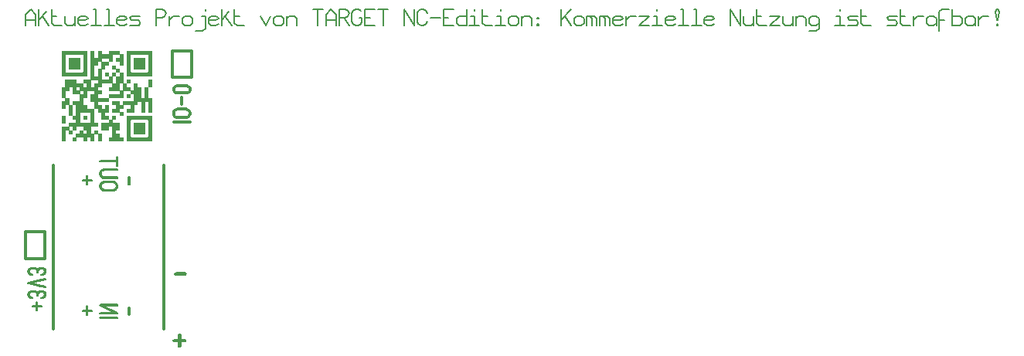
<source format=gbo>
%FSLAX35Y35*%
%MOIN*%
%TF.FileFunction,Legend,Bot*%
%ADD10C,0.00591*%
%ADD11C,0.00214*%
%ADD12C,0.00384*%
%ADD13C,0.00409*%
%ADD14C,0.00472*%
%ADD15C,0.00512*%
%ADD16C,0.00650*%
%ADD17C,0.00768*%
%ADD18C,0.00886*%
%ADD19C,0.01181*%
%ADD20C,0.01575*%
%ADD21C,0.01969*%
%ADD22C,0.02362*%
%ADD23C,0.03150*%
%ADD24C,0.03937*%
%AMR_25*21,1,0.00787,0.00787,0,0,0.000*%
%ADD25R_25*%
%AMR_26*21,1,0.01181,0.01181,0,0,0.000*%
%ADD26R_26*%
%AMR_27*21,1,0.01706,0.01706,0,0,0.000*%
%ADD27R_27*%
%AMR_28*21,1,0.02133,0.02133,0,0,0.000*%
%ADD28R_28*%
%AMR_29*21,1,0.02362,0.02362,0,0,0.000*%
%ADD29R_29*%
%AMR_30*21,1,0.03200,0.03800,0,0,0.000*%
%ADD30R_30*%
%AMR_31*21,1,0.03200,0.03800,0,0,90.000*%
%ADD31R_31*%
%AMR_32*21,1,0.03200,0.03800,0,0,180.000*%
%ADD32R_32*%
%AMR_33*21,1,0.04409,0.06299,0,0,90.000*%
%ADD33R_33*%
%AMR_34*21,1,0.05000,0.05000,0,0,180.000*%
%ADD34R_34*%
%AMR_35*21,1,0.07874,0.09449,0,0,90.000*%
%ADD35R_35*%
%AMR_36*21,1,0.19685,0.19685,0,0,0.000*%
%ADD36R_36*%
%AMOCT_37*4,1,8,0.031496,0.023622,0.015748,0.039370,-0.015748,0.039370,-0.031496,0.023622,-0.031496,-0.023622,-0.015748,-0.039370,0.015748,-0.039370,0.031496,-0.023622,0.031496,0.023622,270.000*%
%ADD37OCT_37*%
%AMOCT_38*4,1,8,0.039370,0.009843,0.029528,0.019685,-0.029528,0.019685,-0.039370,0.009843,-0.039370,-0.009843,-0.029528,-0.019685,0.029528,-0.019685,0.039370,-0.009843,0.039370,0.009843,0.000*%
%ADD38OCT_38*%
%AMOCT_39*4,1,8,0.039370,0.009843,0.029528,0.019685,-0.029528,0.019685,-0.039370,0.009843,-0.039370,-0.009843,-0.029528,-0.019685,0.029528,-0.019685,0.039370,-0.009843,0.039370,0.009843,90.000*%
%ADD39OCT_39*%
%ADD40O,0.02559X0.04173*%
%AMRR_41*21,1,0.02559,0.03661,0,0,180.000*21,1,0.02047,0.04173,0,0,180.000*1,1,0.00512,-0.01024,-0.01831*1,1,0.00512,0.01024,0.01831*1,1,0.00512,-0.01024,0.01831*1,1,0.00512,0.01024,-0.01831*%
%ADD41RR_41*%
%AMRR_42*21,1,0.06299,0.06929,0,0,180.000*21,1,0.05354,0.07874,0,0,180.000*1,1,0.00945,-0.02677,-0.03465*1,1,0.00945,0.02677,0.03465*1,1,0.00945,-0.02677,0.03465*1,1,0.00945,0.02677,-0.03465*%
%ADD42RR_42*%
%AMRR_43*21,1,0.06299,0.06614,0,0,270.000*21,1,0.05039,0.07874,0,0,270.000*1,1,0.01260,0.03307,-0.02520*1,1,0.01260,-0.03307,0.02520*1,1,0.01260,-0.03307,-0.02520*1,1,0.01260,0.03307,0.02520*%
%ADD43RR_43*%
%AMRR_44*21,1,0.23622,0.06457,0,0,90.000*21,1,0.22205,0.07874,0,0,90.000*1,1,0.01417,-0.03228,0.11102*1,1,0.01417,0.03228,-0.11102*1,1,0.01417,0.03228,0.11102*1,1,0.01417,-0.03228,-0.11102*%
%ADD44RR_44*%
G54D10*
X43336Y18966D02*
X36250Y18966D01*
X36096Y18903D01*
X36033Y18750D01*
X36096Y18596D01*
X36250Y18533D01*
X43336Y18533D01*
X43489Y18596D01*
X43553Y18750D01*
X43489Y18903D01*
X43336Y18966D01*
X43336Y20777D02*
X36250Y20777D01*
X36096Y20714D01*
X36033Y20561D01*
X36096Y20407D01*
X36250Y20344D01*
X43336Y20344D01*
X43489Y20407D01*
X43553Y20561D01*
X43489Y20714D01*
X43336Y20777D01*
X36153Y23910D02*
X43239Y20367D01*
X43405Y20355D01*
X43530Y20464D01*
X43542Y20629D01*
X43433Y20754D01*
X36346Y24298D01*
X36181Y24309D01*
X36056Y24201D01*
X36044Y24035D01*
X36153Y23910D01*
X42160Y20906D02*
X43129Y20906D01*
X41058Y21457D02*
X42026Y21457D01*
X39956Y22009D02*
X40924Y22009D01*
X38853Y22560D02*
X39822Y22560D01*
X37751Y23111D02*
X38719Y23111D01*
X36649Y23662D02*
X37617Y23662D01*
X36070Y24213D02*
X36515Y24213D01*
X43336Y24320D02*
X36250Y24320D01*
X36096Y24257D01*
X36033Y24104D01*
X36096Y23951D01*
X36250Y23887D01*
X43336Y23887D01*
X43489Y23951D01*
X43553Y24104D01*
X43489Y24257D01*
X43336Y24320D01*
X37413Y76933D02*
X38019Y77040D01*
X38159Y77129D01*
X38195Y77291D01*
X38106Y77431D01*
X37944Y77467D01*
X37338Y77360D01*
X37198Y77271D01*
X37163Y77109D01*
X37252Y76969D01*
X37413Y76933D01*
X36951Y76651D02*
X37484Y76959D01*
X37585Y77091D01*
X37563Y77255D01*
X37432Y77356D01*
X37268Y77334D01*
X36735Y77026D01*
X36634Y76895D01*
X36655Y76731D01*
X36787Y76630D01*
X36951Y76651D01*
X37002Y77181D02*
X37573Y77181D01*
X36613Y76228D02*
X37009Y76700D01*
X37059Y76858D01*
X36982Y77005D01*
X36824Y77055D01*
X36677Y76978D01*
X36282Y76507D01*
X36232Y76349D01*
X36308Y76202D01*
X36466Y76152D01*
X36613Y76228D01*
X36446Y76703D02*
X37010Y76703D01*
X36441Y75715D02*
X36651Y76294D01*
X36644Y76459D01*
X36522Y76571D01*
X36356Y76564D01*
X36244Y76442D01*
X36034Y75863D01*
X36041Y75698D01*
X36163Y75586D01*
X36329Y75593D01*
X36441Y75715D01*
X36133Y76137D02*
X36594Y76137D01*
X36454Y75174D02*
X36454Y75789D01*
X36390Y75943D01*
X36237Y76006D01*
X36084Y75943D01*
X36021Y75789D01*
X36021Y75174D01*
X36084Y75021D01*
X36237Y74958D01*
X36390Y75021D01*
X36454Y75174D01*
X36021Y75509D02*
X36454Y75509D01*
X36651Y74670D02*
X36441Y75248D01*
X36329Y75370D01*
X36163Y75378D01*
X36041Y75266D01*
X36034Y75100D01*
X36244Y74522D01*
X36356Y74400D01*
X36522Y74392D01*
X36644Y74504D01*
X36651Y74670D01*
X36091Y74944D02*
X36551Y74944D01*
X37009Y74264D02*
X36613Y74735D01*
X36466Y74812D01*
X36308Y74762D01*
X36232Y74615D01*
X36282Y74457D01*
X36677Y73985D01*
X36824Y73909D01*
X36982Y73959D01*
X37059Y74106D01*
X37009Y74264D01*
X36281Y74460D02*
X36844Y74460D01*
X37484Y74004D02*
X36951Y74312D01*
X36787Y74334D01*
X36655Y74233D01*
X36634Y74069D01*
X36735Y73937D01*
X37268Y73629D01*
X37432Y73608D01*
X37563Y73709D01*
X37585Y73873D01*
X37484Y74004D01*
X36646Y74159D02*
X37217Y74159D01*
X38019Y73923D02*
X37413Y74030D01*
X37252Y73994D01*
X37163Y73855D01*
X37198Y73693D01*
X37338Y73604D01*
X37944Y73497D01*
X38106Y73533D01*
X38195Y73673D01*
X38159Y73834D01*
X38019Y73923D01*
X41604Y77509D02*
X37982Y77509D01*
X37829Y77446D01*
X37765Y77293D01*
X37829Y77140D01*
X37982Y77076D01*
X41604Y77076D01*
X41757Y77140D01*
X41820Y77293D01*
X41757Y77446D01*
X41604Y77509D01*
X42172Y74030D02*
X41566Y73923D01*
X41426Y73834D01*
X41391Y73673D01*
X41480Y73533D01*
X41641Y73497D01*
X42247Y73604D01*
X42387Y73693D01*
X42423Y73855D01*
X42334Y73994D01*
X42172Y74030D01*
X42634Y74312D02*
X42102Y74004D01*
X42001Y73873D01*
X42022Y73709D01*
X42154Y73608D01*
X42318Y73629D01*
X42851Y73937D01*
X42952Y74069D01*
X42930Y74233D01*
X42799Y74334D01*
X42634Y74312D01*
X42369Y74159D02*
X42940Y74159D01*
X42972Y74735D02*
X42577Y74264D01*
X42527Y74106D01*
X42603Y73959D01*
X42762Y73909D01*
X42909Y73985D01*
X43304Y74457D01*
X43354Y74615D01*
X43277Y74762D01*
X43119Y74812D01*
X42972Y74735D01*
X42741Y74460D02*
X43305Y74460D01*
X43145Y75248D02*
X42935Y74670D01*
X42942Y74504D01*
X43064Y74392D01*
X43230Y74400D01*
X43342Y74522D01*
X43552Y75100D01*
X43545Y75266D01*
X43423Y75378D01*
X43257Y75370D01*
X43145Y75248D01*
X43034Y74944D02*
X43495Y74944D01*
X43132Y75789D02*
X43132Y75174D01*
X43195Y75021D01*
X43349Y74958D01*
X43502Y75021D01*
X43565Y75174D01*
X43565Y75789D01*
X43502Y75943D01*
X43349Y76006D01*
X43195Y75943D01*
X43132Y75789D01*
X43132Y75509D02*
X43565Y75509D01*
X42935Y76294D02*
X43145Y75715D01*
X43257Y75593D01*
X43423Y75586D01*
X43545Y75698D01*
X43552Y75863D01*
X43342Y76442D01*
X43230Y76564D01*
X43064Y76571D01*
X42942Y76459D01*
X42935Y76294D01*
X42992Y76137D02*
X43452Y76137D01*
X42577Y76700D02*
X42972Y76228D01*
X43119Y76152D01*
X43277Y76202D01*
X43354Y76349D01*
X43304Y76507D01*
X42909Y76978D01*
X42762Y77055D01*
X42603Y77005D01*
X42527Y76858D01*
X42577Y76700D01*
X42576Y76703D02*
X43139Y76703D01*
X42102Y76959D02*
X42634Y76651D01*
X42799Y76630D01*
X42930Y76731D01*
X42952Y76895D01*
X42851Y77026D01*
X42318Y77334D01*
X42154Y77356D01*
X42022Y77255D01*
X42001Y77091D01*
X42102Y76959D01*
X42013Y77181D02*
X42583Y77181D01*
X41566Y77040D02*
X42172Y76933D01*
X42334Y76969D01*
X42423Y77109D01*
X42387Y77271D01*
X42247Y77360D01*
X41641Y77467D01*
X41480Y77431D01*
X41391Y77291D01*
X41426Y77129D01*
X41566Y77040D01*
X37982Y73533D02*
X41604Y73533D01*
X41757Y73596D01*
X41820Y73750D01*
X41757Y73903D01*
X41604Y73966D01*
X37982Y73966D01*
X37829Y73903D01*
X37765Y73750D01*
X37829Y73596D01*
X37982Y73533D01*
X37982Y78887D02*
X43336Y78887D01*
X43489Y78951D01*
X43553Y79104D01*
X43489Y79257D01*
X43336Y79320D01*
X37982Y79320D01*
X37829Y79257D01*
X37765Y79104D01*
X37829Y78951D01*
X37982Y78887D01*
X37413Y82288D02*
X38019Y82395D01*
X38159Y82484D01*
X38195Y82645D01*
X38106Y82785D01*
X37944Y82821D01*
X37338Y82714D01*
X37198Y82625D01*
X37163Y82463D01*
X37252Y82324D01*
X37413Y82288D01*
X36951Y82006D02*
X37484Y82313D01*
X37585Y82445D01*
X37563Y82609D01*
X37432Y82710D01*
X37268Y82688D01*
X36735Y82381D01*
X36634Y82249D01*
X36655Y82085D01*
X36787Y81984D01*
X36951Y82006D01*
X37002Y82535D02*
X37573Y82535D01*
X36613Y81583D02*
X37009Y82054D01*
X37059Y82212D01*
X36982Y82359D01*
X36824Y82409D01*
X36677Y82332D01*
X36282Y81861D01*
X36232Y81703D01*
X36308Y81556D01*
X36466Y81506D01*
X36613Y81583D01*
X36446Y82057D02*
X37010Y82057D01*
X36441Y81070D02*
X36651Y81648D01*
X36644Y81813D01*
X36522Y81925D01*
X36356Y81918D01*
X36244Y81796D01*
X36034Y81218D01*
X36041Y81052D01*
X36163Y80940D01*
X36329Y80948D01*
X36441Y81070D01*
X36133Y81491D02*
X36594Y81491D01*
X36454Y80528D02*
X36454Y81144D01*
X36390Y81297D01*
X36237Y81360D01*
X36084Y81297D01*
X36021Y81144D01*
X36021Y80528D01*
X36084Y80375D01*
X36237Y80312D01*
X36390Y80375D01*
X36454Y80528D01*
X36021Y80863D02*
X36454Y80863D01*
X36651Y80024D02*
X36441Y80603D01*
X36329Y80725D01*
X36163Y80732D01*
X36041Y80620D01*
X36034Y80454D01*
X36244Y79876D01*
X36356Y79754D01*
X36522Y79747D01*
X36644Y79859D01*
X36651Y80024D01*
X36091Y80298D02*
X36551Y80298D01*
X37009Y79618D02*
X36613Y80089D01*
X36466Y80166D01*
X36308Y80116D01*
X36232Y79969D01*
X36282Y79811D01*
X36677Y79340D01*
X36824Y79263D01*
X36982Y79313D01*
X37059Y79460D01*
X37009Y79618D01*
X36281Y79814D02*
X36844Y79814D01*
X37484Y79359D02*
X36951Y79666D01*
X36787Y79688D01*
X36655Y79587D01*
X36634Y79423D01*
X36735Y79291D01*
X37268Y78984D01*
X37432Y78962D01*
X37563Y79063D01*
X37585Y79227D01*
X37484Y79359D01*
X36646Y79513D02*
X37217Y79513D01*
X38019Y79278D02*
X37413Y79385D01*
X37252Y79349D01*
X37163Y79209D01*
X37198Y79047D01*
X37338Y78958D01*
X37944Y78851D01*
X38106Y78887D01*
X38195Y79027D01*
X38159Y79189D01*
X38019Y79278D01*
X43336Y82864D02*
X37982Y82864D01*
X37829Y82800D01*
X37765Y82647D01*
X37829Y82494D01*
X37982Y82431D01*
X43336Y82431D01*
X43489Y82494D01*
X43553Y82647D01*
X43489Y82800D01*
X43336Y82864D01*
X43120Y88001D02*
X43120Y84458D01*
X43183Y84305D01*
X43336Y84242D01*
X43489Y84305D01*
X43553Y84458D01*
X43553Y88001D01*
X43489Y88155D01*
X43336Y88218D01*
X43183Y88155D01*
X43120Y88001D01*
X43120Y84793D02*
X43553Y84793D01*
X43120Y85344D02*
X43553Y85344D01*
X43120Y85895D02*
X43553Y85895D01*
X43120Y86446D02*
X43553Y86446D01*
X43120Y86998D02*
X43553Y86998D01*
X43120Y87549D02*
X43553Y87549D01*
X43160Y88100D02*
X43512Y88100D01*
X36250Y85974D02*
X43336Y85974D01*
X43489Y86037D01*
X43553Y86190D01*
X43489Y86344D01*
X43336Y86407D01*
X36250Y86407D01*
X36096Y86344D01*
X36033Y86190D01*
X36096Y86037D01*
X36250Y85974D01*
X48326Y23149D02*
X48326Y20000D01*
X48390Y19846D01*
X48543Y19783D01*
X48696Y19846D01*
X48759Y20000D01*
X48759Y23149D01*
X48696Y23302D01*
X48543Y23366D01*
X48390Y23302D01*
X48326Y23149D01*
X48326Y20334D02*
X48759Y20334D01*
X48326Y20885D02*
X48759Y20885D01*
X48326Y21437D02*
X48759Y21437D01*
X48326Y21988D02*
X48759Y21988D01*
X48326Y22539D02*
X48759Y22539D01*
X48326Y23090D02*
X48759Y23090D01*
X48326Y79399D02*
X48326Y76250D01*
X48390Y76096D01*
X48543Y76033D01*
X48696Y76096D01*
X48759Y76250D01*
X48759Y79399D01*
X48696Y79552D01*
X48543Y79616D01*
X48390Y79552D01*
X48326Y79399D01*
X48326Y76584D02*
X48759Y76584D01*
X48326Y77135D02*
X48759Y77135D01*
X48326Y77687D02*
X48759Y77687D01*
X48326Y78238D02*
X48759Y78238D01*
X48326Y78789D02*
X48759Y78789D01*
X48326Y79340D02*
X48759Y79340D01*
X30201Y23543D02*
X30201Y20000D01*
X30265Y19846D01*
X30418Y19783D01*
X30571Y19846D01*
X30634Y20000D01*
X30634Y23543D01*
X30571Y23696D01*
X30418Y23759D01*
X30265Y23696D01*
X30201Y23543D01*
X30201Y20334D02*
X30634Y20334D01*
X30201Y20885D02*
X30634Y20885D01*
X30201Y21437D02*
X30634Y21437D01*
X30201Y21988D02*
X30634Y21988D01*
X30201Y22539D02*
X30634Y22539D01*
X30201Y23090D02*
X30634Y23090D01*
X30242Y23641D02*
X30594Y23641D01*
X28607Y21515D02*
X32229Y21515D01*
X32382Y21579D01*
X32445Y21732D01*
X32382Y21885D01*
X32229Y21948D01*
X28607Y21948D01*
X28454Y21885D01*
X28390Y21732D01*
X28454Y21579D01*
X28607Y21515D01*
X30201Y79793D02*
X30201Y76250D01*
X30265Y76096D01*
X30418Y76033D01*
X30571Y76096D01*
X30634Y76250D01*
X30634Y79793D01*
X30571Y79946D01*
X30418Y80009D01*
X30265Y79946D01*
X30201Y79793D01*
X30201Y76584D02*
X30634Y76584D01*
X30201Y77135D02*
X30634Y77135D01*
X30201Y77687D02*
X30634Y77687D01*
X30201Y78238D02*
X30634Y78238D01*
X30201Y78789D02*
X30634Y78789D01*
X30201Y79340D02*
X30634Y79340D01*
X30242Y79891D02*
X30594Y79891D01*
X28607Y77765D02*
X32229Y77765D01*
X32382Y77829D01*
X32445Y77982D01*
X32382Y78135D01*
X32229Y78198D01*
X28607Y78198D01*
X28454Y78135D01*
X28390Y77982D01*
X28454Y77829D01*
X28607Y77765D01*
X72554Y9247D02*
X68125Y9247D01*
X67811Y9117D01*
X67682Y8804D01*
X67811Y8490D01*
X68125Y8361D01*
X72554Y8361D01*
X72867Y8490D01*
X72997Y8804D01*
X72867Y9117D01*
X72554Y9247D01*
X67726Y8912D02*
X72952Y8912D01*
X70733Y6540D02*
X70733Y11067D01*
X70603Y11381D01*
X70290Y11510D01*
X69977Y11381D01*
X69847Y11067D01*
X69847Y6540D01*
X69977Y6227D01*
X70290Y6097D01*
X70603Y6227D01*
X70733Y6540D01*
X69847Y6648D02*
X70733Y6648D01*
X69847Y7199D02*
X70733Y7199D01*
X69847Y7750D02*
X70733Y7750D01*
X69847Y8302D02*
X70733Y8302D01*
X69847Y8853D02*
X70733Y8853D01*
X69847Y9404D02*
X70733Y9404D01*
X69847Y9955D02*
X70733Y9955D01*
X69847Y10506D02*
X70733Y10506D01*
X69847Y11058D02*
X70733Y11058D01*
X72687Y37997D02*
X68750Y37997D01*
X68436Y37867D01*
X68307Y37554D01*
X68436Y37240D01*
X68750Y37111D01*
X72687Y37111D01*
X73000Y37240D01*
X73129Y37554D01*
X73000Y37867D01*
X72687Y37997D01*
X68351Y37662D02*
X73085Y37662D01*
X8577Y25418D02*
X8577Y21875D01*
X8641Y21721D01*
X8794Y21658D01*
X8947Y21721D01*
X9010Y21875D01*
X9010Y25418D01*
X8947Y25571D01*
X8794Y25634D01*
X8641Y25571D01*
X8577Y25418D01*
X8577Y22209D02*
X9010Y22209D01*
X8577Y22760D02*
X9010Y22760D01*
X8577Y23312D02*
X9010Y23312D01*
X8577Y23863D02*
X9010Y23863D01*
X8577Y24414D02*
X9010Y24414D01*
X8577Y24965D02*
X9010Y24965D01*
X8618Y25516D02*
X8970Y25516D01*
X6983Y23390D02*
X10605Y23390D01*
X10758Y23454D01*
X10821Y23607D01*
X10758Y23760D01*
X10605Y23823D01*
X6983Y23823D01*
X6830Y23760D01*
X6766Y23607D01*
X6830Y23454D01*
X6983Y23390D01*
X6168Y29743D02*
X6710Y29851D01*
X6848Y29943D01*
X6880Y30106D01*
X6788Y30244D01*
X6626Y30276D01*
X6083Y30168D01*
X5945Y30076D01*
X5913Y29913D01*
X6005Y29776D01*
X6168Y29743D01*
X5786Y29468D02*
X6246Y29776D01*
X6338Y29913D01*
X6305Y30076D01*
X6168Y30168D01*
X6005Y30136D01*
X5545Y29828D01*
X5453Y29691D01*
X5486Y29528D01*
X5623Y29436D01*
X5786Y29468D01*
X5783Y29987D02*
X6323Y29987D01*
X5538Y29068D02*
X5846Y29528D01*
X5878Y29691D01*
X5786Y29828D01*
X5623Y29861D01*
X5486Y29769D01*
X5178Y29309D01*
X5146Y29146D01*
X5238Y29008D01*
X5401Y28976D01*
X5538Y29068D01*
X5324Y29527D02*
X5845Y29527D01*
X5463Y28604D02*
X5571Y29146D01*
X5538Y29309D01*
X5401Y29401D01*
X5238Y29369D01*
X5146Y29231D01*
X5038Y28688D01*
X5070Y28526D01*
X5208Y28434D01*
X5371Y28466D01*
X5463Y28604D01*
X5097Y28985D02*
X5539Y28985D01*
X5571Y28146D02*
X5463Y28688D01*
X5371Y28826D01*
X5208Y28859D01*
X5070Y28766D01*
X5038Y28604D01*
X5146Y28062D01*
X5238Y27924D01*
X5401Y27891D01*
X5538Y27983D01*
X5571Y28146D01*
X5070Y28443D02*
X5512Y28443D01*
X5846Y27764D02*
X5538Y28224D01*
X5401Y28316D01*
X5238Y28284D01*
X5146Y28146D01*
X5178Y27983D01*
X5486Y27524D01*
X5623Y27432D01*
X5786Y27464D01*
X5878Y27602D01*
X5846Y27764D01*
X5179Y27983D02*
X5700Y27983D01*
X6246Y27517D02*
X5786Y27824D01*
X5623Y27856D01*
X5486Y27764D01*
X5453Y27602D01*
X5545Y27464D01*
X6005Y27157D01*
X6168Y27124D01*
X6305Y27216D01*
X6338Y27379D01*
X6246Y27517D01*
X5468Y27676D02*
X6008Y27676D01*
X6710Y27441D02*
X6168Y27549D01*
X6005Y27517D01*
X5913Y27379D01*
X5945Y27216D01*
X6083Y27124D01*
X6626Y27016D01*
X6788Y27049D01*
X6880Y27187D01*
X6848Y27349D01*
X6710Y27441D01*
X6668Y29847D02*
X7691Y29847D01*
X7845Y29910D01*
X7908Y30063D01*
X7845Y30217D01*
X7691Y30280D01*
X6668Y30280D01*
X6515Y30217D01*
X6451Y30063D01*
X6515Y29910D01*
X6668Y29847D01*
X8788Y29146D02*
X8896Y28604D01*
X8988Y28466D01*
X9151Y28434D01*
X9289Y28526D01*
X9321Y28688D01*
X9213Y29231D01*
X9121Y29369D01*
X8959Y29401D01*
X8821Y29309D01*
X8788Y29146D01*
X8821Y28985D02*
X9262Y28985D01*
X8514Y29528D02*
X8821Y29068D01*
X8959Y28976D01*
X9121Y29008D01*
X9213Y29146D01*
X9181Y29309D01*
X8874Y29769D01*
X8736Y29861D01*
X8573Y29828D01*
X8481Y29691D01*
X8514Y29528D01*
X8514Y29527D02*
X9035Y29527D01*
X8114Y29776D02*
X8573Y29468D01*
X8736Y29436D01*
X8874Y29528D01*
X8906Y29691D01*
X8814Y29828D01*
X8354Y30136D01*
X8192Y30168D01*
X8054Y30076D01*
X8021Y29913D01*
X8114Y29776D01*
X8036Y29987D02*
X8576Y29987D01*
X7649Y29851D02*
X8192Y29743D01*
X8354Y29776D01*
X8446Y29913D01*
X8414Y30076D01*
X8276Y30168D01*
X7734Y30276D01*
X7571Y30244D01*
X7479Y30106D01*
X7511Y29943D01*
X7649Y29851D01*
X8892Y28646D02*
X8892Y28252D01*
X8956Y28099D01*
X9109Y28036D01*
X9262Y28099D01*
X9325Y28252D01*
X9325Y28646D01*
X9262Y28799D01*
X9109Y28863D01*
X8956Y28799D01*
X8892Y28646D01*
X8892Y28587D02*
X9325Y28587D01*
X9325Y28252D02*
X9325Y28646D01*
X9262Y28799D01*
X9109Y28863D01*
X8956Y28799D01*
X8892Y28646D01*
X8892Y28252D01*
X8956Y28099D01*
X9109Y28036D01*
X9262Y28099D01*
X9325Y28252D01*
X8892Y28587D02*
X9325Y28587D01*
X10081Y29754D02*
X10641Y29850D01*
X10782Y29938D01*
X10818Y30100D01*
X10730Y30240D01*
X10568Y30277D01*
X10008Y30181D01*
X9868Y30093D01*
X9831Y29931D01*
X9919Y29791D01*
X10081Y29754D01*
X9678Y29482D02*
X10160Y29785D01*
X10255Y29920D01*
X10228Y30083D01*
X10092Y30179D01*
X9929Y30151D01*
X9448Y29848D01*
X9352Y29713D01*
X9380Y29549D01*
X9515Y29454D01*
X9678Y29482D01*
X9697Y30005D02*
X10241Y30005D01*
X9411Y29076D02*
X9740Y29540D01*
X9777Y29701D01*
X9688Y29842D01*
X9527Y29878D01*
X9386Y29790D01*
X9058Y29326D01*
X9021Y29164D01*
X9109Y29024D01*
X9271Y28987D01*
X9411Y29076D01*
X9208Y29538D02*
X9739Y29538D01*
X9320Y28598D02*
X9446Y29153D01*
X9418Y29316D01*
X9282Y29412D01*
X9119Y29384D01*
X9023Y29249D01*
X8898Y28694D01*
X8926Y28531D01*
X9061Y28435D01*
X9224Y28463D01*
X9320Y28598D01*
X8964Y28986D02*
X9408Y28986D01*
X10605Y29847D02*
X10920Y29847D01*
X11073Y29910D01*
X11136Y30063D01*
X11073Y30217D01*
X10920Y30280D01*
X10605Y30280D01*
X10452Y30217D01*
X10388Y30063D01*
X10452Y29910D01*
X10605Y29847D01*
X11420Y27549D02*
X10878Y27441D01*
X10740Y27349D01*
X10707Y27187D01*
X10799Y27049D01*
X10962Y27016D01*
X11504Y27124D01*
X11642Y27216D01*
X11675Y27379D01*
X11582Y27517D01*
X11420Y27549D01*
X11802Y27824D02*
X11342Y27517D01*
X11250Y27379D01*
X11282Y27216D01*
X11420Y27124D01*
X11582Y27157D01*
X12042Y27464D01*
X12134Y27602D01*
X12102Y27764D01*
X11964Y27856D01*
X11802Y27824D01*
X11579Y27676D02*
X12120Y27676D01*
X12049Y28224D02*
X11742Y27764D01*
X11710Y27602D01*
X11802Y27464D01*
X11964Y27432D01*
X12102Y27524D01*
X12409Y27983D01*
X12442Y28146D01*
X12350Y28284D01*
X12187Y28316D01*
X12049Y28224D01*
X11888Y27983D02*
X12409Y27983D01*
X12125Y28688D02*
X12017Y28146D01*
X12049Y27983D01*
X12187Y27891D01*
X12350Y27924D01*
X12442Y28062D01*
X12549Y28604D01*
X12517Y28766D01*
X12379Y28859D01*
X12217Y28826D01*
X12125Y28688D01*
X12076Y28443D02*
X12517Y28443D01*
X12017Y29146D02*
X12125Y28604D01*
X12217Y28466D01*
X12379Y28434D01*
X12517Y28526D01*
X12549Y28688D01*
X12442Y29231D01*
X12350Y29369D01*
X12187Y29401D01*
X12049Y29309D01*
X12017Y29146D01*
X12049Y28985D02*
X12490Y28985D01*
X11742Y29528D02*
X12049Y29068D01*
X12187Y28976D01*
X12350Y29008D01*
X12442Y29146D01*
X12409Y29309D01*
X12102Y29769D01*
X11964Y29861D01*
X11802Y29828D01*
X11710Y29691D01*
X11742Y29528D01*
X11742Y29527D02*
X12263Y29527D01*
X11342Y29776D02*
X11802Y29468D01*
X11964Y29436D01*
X12102Y29528D01*
X12134Y29691D01*
X12042Y29828D01*
X11582Y30136D01*
X11420Y30168D01*
X11282Y30076D01*
X11250Y29913D01*
X11342Y29776D01*
X11264Y29987D02*
X11805Y29987D01*
X10878Y29851D02*
X11420Y29743D01*
X11582Y29776D01*
X11675Y29913D01*
X11642Y30076D01*
X11504Y30168D01*
X10962Y30276D01*
X10799Y30244D01*
X10707Y30106D01*
X10740Y29943D01*
X10878Y29851D01*
X5199Y33396D02*
X12286Y31664D01*
X12449Y31689D01*
X12547Y31823D01*
X12522Y31987D01*
X12389Y32085D01*
X5302Y33817D01*
X5138Y33792D01*
X5040Y33658D01*
X5065Y33494D01*
X5199Y33396D01*
X10031Y32215D02*
X11855Y32215D01*
X7776Y32767D02*
X9600Y32767D01*
X5521Y33318D02*
X7345Y33318D01*
X12283Y35628D02*
X5197Y33817D01*
X5064Y33717D01*
X5041Y33553D01*
X5140Y33421D01*
X5304Y33397D01*
X12391Y35208D01*
X12523Y35307D01*
X12547Y35471D01*
X12448Y35604D01*
X12283Y35628D01*
X5712Y33948D02*
X7461Y33948D01*
X7869Y34499D02*
X9618Y34499D01*
X10025Y35051D02*
X11774Y35051D01*
X12182Y35602D02*
X12449Y35602D01*
X6168Y39743D02*
X6710Y39851D01*
X6848Y39943D01*
X6880Y40106D01*
X6788Y40244D01*
X6626Y40276D01*
X6083Y40168D01*
X5945Y40076D01*
X5913Y39913D01*
X6005Y39776D01*
X6168Y39743D01*
X5786Y39468D02*
X6246Y39776D01*
X6338Y39913D01*
X6305Y40076D01*
X6168Y40168D01*
X6005Y40136D01*
X5545Y39828D01*
X5453Y39691D01*
X5486Y39528D01*
X5623Y39436D01*
X5786Y39468D01*
X5783Y39987D02*
X6323Y39987D01*
X5538Y39068D02*
X5846Y39528D01*
X5878Y39691D01*
X5786Y39828D01*
X5623Y39861D01*
X5486Y39769D01*
X5178Y39309D01*
X5146Y39146D01*
X5238Y39008D01*
X5401Y38976D01*
X5538Y39068D01*
X5324Y39527D02*
X5845Y39527D01*
X5463Y38604D02*
X5571Y39146D01*
X5538Y39309D01*
X5401Y39401D01*
X5238Y39369D01*
X5146Y39231D01*
X5038Y38688D01*
X5070Y38526D01*
X5208Y38434D01*
X5371Y38466D01*
X5463Y38604D01*
X5097Y38985D02*
X5539Y38985D01*
X5571Y38146D02*
X5463Y38688D01*
X5371Y38826D01*
X5208Y38859D01*
X5070Y38766D01*
X5038Y38604D01*
X5146Y38062D01*
X5238Y37924D01*
X5401Y37891D01*
X5538Y37983D01*
X5571Y38146D01*
X5070Y38443D02*
X5512Y38443D01*
X5846Y37764D02*
X5538Y38224D01*
X5401Y38316D01*
X5238Y38284D01*
X5146Y38146D01*
X5178Y37983D01*
X5486Y37524D01*
X5623Y37432D01*
X5786Y37464D01*
X5878Y37602D01*
X5846Y37764D01*
X5179Y37983D02*
X5700Y37983D01*
X6246Y37517D02*
X5786Y37824D01*
X5623Y37856D01*
X5486Y37764D01*
X5453Y37602D01*
X5545Y37464D01*
X6005Y37157D01*
X6168Y37124D01*
X6305Y37216D01*
X6338Y37379D01*
X6246Y37517D01*
X5468Y37676D02*
X6008Y37676D01*
X6710Y37441D02*
X6168Y37549D01*
X6005Y37517D01*
X5913Y37379D01*
X5945Y37216D01*
X6083Y37124D01*
X6626Y37016D01*
X6788Y37049D01*
X6880Y37187D01*
X6848Y37349D01*
X6710Y37441D01*
X6668Y39847D02*
X7691Y39847D01*
X7845Y39910D01*
X7908Y40063D01*
X7845Y40217D01*
X7691Y40280D01*
X6668Y40280D01*
X6515Y40217D01*
X6451Y40063D01*
X6515Y39910D01*
X6668Y39847D01*
X8788Y39146D02*
X8896Y38604D01*
X8988Y38466D01*
X9151Y38434D01*
X9289Y38526D01*
X9321Y38688D01*
X9213Y39231D01*
X9121Y39369D01*
X8959Y39401D01*
X8821Y39309D01*
X8788Y39146D01*
X8821Y38985D02*
X9262Y38985D01*
X8514Y39528D02*
X8821Y39068D01*
X8959Y38976D01*
X9121Y39008D01*
X9213Y39146D01*
X9181Y39309D01*
X8874Y39769D01*
X8736Y39861D01*
X8573Y39828D01*
X8481Y39691D01*
X8514Y39528D01*
X8514Y39527D02*
X9035Y39527D01*
X8114Y39776D02*
X8573Y39468D01*
X8736Y39436D01*
X8874Y39528D01*
X8906Y39691D01*
X8814Y39828D01*
X8354Y40136D01*
X8192Y40168D01*
X8054Y40076D01*
X8021Y39913D01*
X8114Y39776D01*
X8036Y39987D02*
X8576Y39987D01*
X7649Y39851D02*
X8192Y39743D01*
X8354Y39776D01*
X8446Y39913D01*
X8414Y40076D01*
X8276Y40168D01*
X7734Y40276D01*
X7571Y40244D01*
X7479Y40106D01*
X7511Y39943D01*
X7649Y39851D01*
X8892Y38646D02*
X8892Y38252D01*
X8956Y38099D01*
X9109Y38036D01*
X9262Y38099D01*
X9325Y38252D01*
X9325Y38646D01*
X9262Y38799D01*
X9109Y38863D01*
X8956Y38799D01*
X8892Y38646D01*
X8892Y38587D02*
X9325Y38587D01*
X9325Y38252D02*
X9325Y38646D01*
X9262Y38799D01*
X9109Y38863D01*
X8956Y38799D01*
X8892Y38646D01*
X8892Y38252D01*
X8956Y38099D01*
X9109Y38036D01*
X9262Y38099D01*
X9325Y38252D01*
X8892Y38587D02*
X9325Y38587D01*
X10081Y39754D02*
X10641Y39850D01*
X10782Y39938D01*
X10818Y40100D01*
X10730Y40240D01*
X10568Y40277D01*
X10008Y40181D01*
X9868Y40093D01*
X9831Y39931D01*
X9919Y39791D01*
X10081Y39754D01*
X9678Y39482D02*
X10160Y39785D01*
X10255Y39920D01*
X10228Y40083D01*
X10092Y40179D01*
X9929Y40151D01*
X9448Y39848D01*
X9352Y39713D01*
X9380Y39549D01*
X9515Y39454D01*
X9678Y39482D01*
X9697Y40005D02*
X10241Y40005D01*
X9411Y39076D02*
X9740Y39540D01*
X9777Y39701D01*
X9688Y39842D01*
X9527Y39878D01*
X9386Y39790D01*
X9058Y39326D01*
X9021Y39164D01*
X9109Y39024D01*
X9271Y38987D01*
X9411Y39076D01*
X9208Y39538D02*
X9739Y39538D01*
X9320Y38598D02*
X9446Y39153D01*
X9418Y39316D01*
X9282Y39412D01*
X9119Y39384D01*
X9023Y39249D01*
X8898Y38694D01*
X8926Y38531D01*
X9061Y38435D01*
X9224Y38463D01*
X9320Y38598D01*
X8964Y38986D02*
X9408Y38986D01*
X10605Y39847D02*
X10920Y39847D01*
X11073Y39910D01*
X11136Y40063D01*
X11073Y40217D01*
X10920Y40280D01*
X10605Y40280D01*
X10452Y40217D01*
X10388Y40063D01*
X10452Y39910D01*
X10605Y39847D01*
X11420Y37549D02*
X10878Y37441D01*
X10740Y37349D01*
X10707Y37187D01*
X10799Y37049D01*
X10962Y37016D01*
X11504Y37124D01*
X11642Y37216D01*
X11675Y37379D01*
X11582Y37517D01*
X11420Y37549D01*
X11802Y37824D02*
X11342Y37517D01*
X11250Y37379D01*
X11282Y37216D01*
X11420Y37124D01*
X11582Y37157D01*
X12042Y37464D01*
X12134Y37602D01*
X12102Y37764D01*
X11964Y37856D01*
X11802Y37824D01*
X11579Y37676D02*
X12120Y37676D01*
X12049Y38224D02*
X11742Y37764D01*
X11710Y37602D01*
X11802Y37464D01*
X11964Y37432D01*
X12102Y37524D01*
X12409Y37983D01*
X12442Y38146D01*
X12350Y38284D01*
X12187Y38316D01*
X12049Y38224D01*
X11888Y37983D02*
X12409Y37983D01*
X12125Y38688D02*
X12017Y38146D01*
X12049Y37983D01*
X12187Y37891D01*
X12350Y37924D01*
X12442Y38062D01*
X12549Y38604D01*
X12517Y38766D01*
X12379Y38859D01*
X12217Y38826D01*
X12125Y38688D01*
X12076Y38443D02*
X12517Y38443D01*
X12017Y39146D02*
X12125Y38604D01*
X12217Y38466D01*
X12379Y38434D01*
X12517Y38526D01*
X12549Y38688D01*
X12442Y39231D01*
X12350Y39369D01*
X12187Y39401D01*
X12049Y39309D01*
X12017Y39146D01*
X12049Y38985D02*
X12490Y38985D01*
X11742Y39528D02*
X12049Y39068D01*
X12187Y38976D01*
X12350Y39008D01*
X12442Y39146D01*
X12409Y39309D01*
X12102Y39769D01*
X11964Y39861D01*
X11802Y39828D01*
X11710Y39691D01*
X11742Y39528D01*
X11742Y39527D02*
X12263Y39527D01*
X11342Y39776D02*
X11802Y39468D01*
X11964Y39436D01*
X12102Y39528D01*
X12134Y39691D01*
X12042Y39828D01*
X11582Y40136D01*
X11420Y40168D01*
X11282Y40076D01*
X11250Y39913D01*
X11342Y39776D01*
X11264Y39987D02*
X11805Y39987D01*
X10878Y39851D02*
X11420Y39743D01*
X11582Y39776D01*
X11675Y39913D01*
X11642Y40076D01*
X11504Y40168D01*
X10962Y40276D01*
X10799Y40244D01*
X10707Y40106D01*
X10740Y39943D01*
X10878Y39851D01*
G54D11*
X56878Y132113D02*
X56488Y132503D01*
X44406Y132308D02*
X44211Y132503D01*
X49278Y124513D02*
X48888Y124903D01*
X44406Y129190D02*
X44211Y129385D01*
X56878Y113599D02*
X56683Y113794D01*
X52201Y118277D02*
X52006Y118471D01*
X39728Y130749D02*
X39533Y130944D01*
X56878Y112040D02*
X56683Y112235D01*
X44406Y124513D02*
X44211Y124708D01*
X42846Y126072D02*
X42652Y126267D01*
X36610Y132308D02*
X36415Y132503D01*
X53760Y113599D02*
X53565Y113794D01*
X53760Y112040D02*
X53565Y112235D01*
X50642Y115158D02*
X50447Y115353D01*
X49083Y116718D02*
X48888Y116912D01*
X47524Y118277D02*
X47329Y118471D01*
X45965Y119836D02*
X45770Y120031D01*
X42846Y122954D02*
X42652Y123149D01*
X36610Y129190D02*
X36415Y129385D01*
X33492Y130749D02*
X33297Y130944D01*
X39728Y122954D02*
X39533Y123149D01*
X44406Y116718D02*
X44211Y116912D01*
X41287Y119836D02*
X41093Y120031D01*
X56878Y104050D02*
X56488Y104440D01*
X28815Y132113D02*
X28425Y132503D01*
X49083Y110481D02*
X48888Y110676D01*
X36610Y121395D02*
X36415Y121590D01*
X35051Y121395D02*
X34856Y121590D01*
X33492Y122954D02*
X33297Y123149D01*
X44406Y110481D02*
X44211Y110676D01*
X42846Y110481D02*
X42652Y110676D01*
X44406Y107363D02*
X44211Y107558D01*
X35051Y116718D02*
X34856Y116912D01*
X33492Y116718D02*
X33297Y116912D01*
X31933Y118277D02*
X31738Y118471D01*
X30374Y119836D02*
X30179Y120031D01*
X35051Y113599D02*
X34856Y113794D01*
X28815Y118277D02*
X28620Y118471D01*
X49278Y96450D02*
X48888Y96840D01*
X21215Y124513D02*
X20825Y124903D01*
X36610Y108922D02*
X36415Y109117D01*
X35051Y110481D02*
X34856Y110676D01*
X33492Y112040D02*
X33297Y112235D01*
X28815Y116718D02*
X28620Y116912D01*
X27256Y118277D02*
X27061Y118471D01*
X25697Y119836D02*
X25502Y120031D01*
X41287Y102686D02*
X41093Y102881D01*
X39728Y104245D02*
X39533Y104440D01*
X38169Y105804D02*
X37974Y105999D01*
X36610Y107363D02*
X36415Y107558D01*
X35051Y108922D02*
X34856Y109117D01*
X41287Y101127D02*
X41093Y101322D01*
X27256Y115158D02*
X27061Y115353D01*
X25697Y116718D02*
X25502Y116912D01*
X24138Y118277D02*
X23943Y118471D01*
X44406Y96450D02*
X44211Y96645D01*
X42846Y98009D02*
X42652Y98204D01*
X31933Y107363D02*
X31738Y107558D01*
X30374Y108922D02*
X30179Y109117D01*
X28815Y110481D02*
X28620Y110676D01*
X33492Y102686D02*
X33297Y102881D01*
X25697Y110481D02*
X25502Y110676D01*
X21020Y113599D02*
X20825Y113794D01*
X35051Y98009D02*
X34856Y98204D01*
X22579Y110481D02*
X22384Y110676D01*
X31933Y98009D02*
X31738Y98204D01*
X30374Y99568D02*
X30179Y99763D01*
X28815Y101127D02*
X28620Y101322D01*
X27256Y102686D02*
X27061Y102881D01*
X25697Y104245D02*
X25502Y104440D01*
X24138Y105804D02*
X23943Y105999D01*
X31933Y96450D02*
X31738Y96645D01*
X28815Y98009D02*
X28620Y98204D01*
X28815Y96450D02*
X28620Y96645D01*
X24138Y101127D02*
X23943Y101322D01*
X22579Y99568D02*
X22384Y99763D01*
X44406Y120031D02*
X44211Y119836D01*
X33492Y109117D02*
X33297Y108922D01*
X25697Y101322D02*
X25502Y101127D01*
X24138Y99763D02*
X23943Y99568D01*
X39728Y113794D02*
X39533Y113599D01*
X47524Y120031D02*
X47329Y119836D01*
X45965Y116912D02*
X45770Y116718D01*
X44406Y115353D02*
X44211Y115158D01*
X38169Y109117D02*
X37974Y108922D01*
X31933Y102881D02*
X31738Y102686D01*
X28815Y99763D02*
X28620Y99568D01*
X27256Y98204D02*
X27061Y98009D01*
X25697Y96645D02*
X25502Y96450D01*
X38169Y107558D02*
X37974Y107363D01*
X31933Y101322D02*
X31738Y101127D01*
X56878Y124903D02*
X56488Y124513D01*
X30374Y98204D02*
X30179Y98009D01*
X50642Y116912D02*
X50447Y116718D01*
X49083Y115353D02*
X48888Y115158D01*
X42846Y109117D02*
X42652Y108922D01*
X30374Y96645D02*
X30179Y96450D01*
X45965Y110676D02*
X45770Y110481D01*
X44406Y109117D02*
X44211Y108922D01*
X33492Y98204D02*
X33297Y98009D01*
X41287Y104440D02*
X41093Y104245D01*
X39728Y102881D02*
X39533Y102686D01*
X56878Y118471D02*
X56683Y118277D01*
X50642Y112235D02*
X50447Y112040D01*
X39728Y101322D02*
X39533Y101127D01*
X52201Y112235D02*
X52006Y112040D01*
X50642Y110676D02*
X50447Y110481D01*
X49083Y109117D02*
X48888Y108922D01*
X55319Y113794D02*
X55124Y113599D01*
X55319Y112235D02*
X55124Y112040D01*
X42846Y99763D02*
X42652Y99568D01*
X41287Y96645D02*
X41093Y96450D01*
X49278Y104440D02*
X48888Y104050D01*
X56878Y96840D02*
X56488Y96450D01*
X42846Y120031D02*
X42652Y119836D01*
X41287Y118471D02*
X41093Y118277D01*
X35051Y112235D02*
X34856Y112040D01*
X25697Y102881D02*
X25502Y102686D01*
X44406Y123149D02*
X44211Y122954D01*
X22579Y101322D02*
X22384Y101127D01*
X21020Y99763D02*
X20825Y99568D01*
X35051Y115353D02*
X34856Y115158D01*
X27256Y107558D02*
X27061Y107363D01*
X25697Y105999D02*
X25502Y105804D01*
X42846Y124708D02*
X42652Y124513D01*
X41287Y123149D02*
X41093Y122954D01*
X39728Y121590D02*
X39533Y121395D01*
X33492Y115353D02*
X33297Y115158D01*
X49278Y132503D02*
X48888Y132113D01*
X36610Y120031D02*
X36415Y119836D01*
X35051Y118471D02*
X34856Y118277D01*
X35051Y120031D02*
X34856Y119836D01*
X33492Y118471D02*
X33297Y118277D01*
X28815Y113794D02*
X28620Y113599D01*
X27256Y112235D02*
X27061Y112040D01*
X44406Y130944D02*
X44211Y130749D01*
X30374Y116912D02*
X30179Y116718D01*
X28815Y115353D02*
X28620Y115158D01*
X24138Y110676D02*
X23943Y110481D01*
X35051Y123149D02*
X34856Y122954D01*
X30374Y118471D02*
X30179Y118277D01*
X39728Y129385D02*
X39533Y129190D01*
X38169Y127826D02*
X37974Y127631D01*
X36610Y126267D02*
X36415Y126072D01*
X31933Y121590D02*
X31738Y121395D01*
X27256Y116912D02*
X27061Y116718D01*
X21020Y110676D02*
X20825Y110481D01*
X41287Y132503D02*
X41093Y132308D01*
X28815Y120031D02*
X28620Y119836D01*
X21020Y112235D02*
X20825Y112040D01*
X39728Y132503D02*
X39533Y132308D01*
X25697Y118471D02*
X25502Y118277D01*
X36610Y130944D02*
X36415Y130749D01*
X35051Y129385D02*
X34856Y129190D01*
X33492Y127826D02*
X33297Y127631D01*
X35051Y130944D02*
X34856Y130749D01*
X22579Y118471D02*
X22384Y118277D01*
X21020Y116912D02*
X20825Y116718D01*
X28815Y124903D02*
X28425Y124513D01*
X21020Y118471D02*
X20825Y118277D01*
X21215Y132503D02*
X20825Y132113D01*
X41093Y129385D02*
X39728Y129385D01*
X45770Y132308D02*
X44406Y132308D01*
X37974Y126267D02*
X36610Y126267D01*
X44211Y126072D02*
X42846Y126072D01*
X36415Y126072D02*
X35051Y126072D01*
X42652Y126267D02*
X41287Y126267D01*
X42652Y127631D02*
X41287Y127631D01*
X45770Y127826D02*
X44406Y127826D01*
X28620Y99568D02*
X27256Y99568D01*
X25502Y96450D02*
X25502Y95086D01*
X23943Y99568D02*
X22579Y99568D01*
X25697Y98009D02*
X25697Y96645D01*
X28815Y105804D02*
X28815Y104440D01*
X28815Y121395D02*
X28815Y120031D01*
X27061Y116718D02*
X27061Y115353D01*
X25502Y99763D02*
X24138Y99763D01*
X22579Y99568D02*
X22579Y98204D01*
X22579Y102686D02*
X22579Y101322D01*
X22384Y101127D02*
X22384Y99763D01*
X36415Y133867D02*
X35051Y133867D01*
X33297Y133867D02*
X31933Y133867D01*
X22774Y99568D02*
X22774Y98204D01*
X24138Y112040D02*
X24138Y110676D01*
X24138Y105804D02*
X24138Y104440D01*
X24138Y96450D02*
X24138Y95086D01*
X34856Y99568D02*
X33492Y99568D01*
X23163Y99568D02*
X23163Y98204D01*
X23358Y99568D02*
X23358Y98204D01*
X22968Y99568D02*
X22968Y98204D01*
X23943Y99568D02*
X23943Y98204D01*
X23553Y99568D02*
X23553Y98204D01*
X23748Y99568D02*
X23748Y98204D01*
X39533Y110481D02*
X38169Y110481D01*
X23943Y110481D02*
X22579Y110481D01*
X20825Y109117D02*
X19461Y109117D01*
X30179Y105609D02*
X28815Y105609D01*
X30179Y105219D02*
X28815Y105219D01*
X30179Y105414D02*
X28815Y105414D01*
X45770Y105999D02*
X44406Y105999D01*
X30179Y105804D02*
X28815Y105804D01*
X20825Y105804D02*
X19461Y105804D01*
X23943Y105999D02*
X22579Y105999D01*
X42652Y105804D02*
X41287Y105804D01*
X42652Y104440D02*
X41287Y104440D01*
X30179Y104440D02*
X28815Y104440D01*
X30179Y104635D02*
X28815Y104635D01*
X41093Y104245D02*
X39728Y104245D01*
X30179Y105025D02*
X28815Y105025D01*
X30179Y104830D02*
X28815Y104830D01*
X58242Y107558D02*
X56878Y107558D01*
X55124Y107558D02*
X53760Y107558D01*
X45770Y107363D02*
X44406Y107363D01*
X58242Y121395D02*
X56878Y121395D01*
X48888Y121395D02*
X47524Y121395D01*
X42652Y123149D02*
X41287Y123149D01*
X39533Y123149D02*
X38169Y123149D01*
X41093Y122954D02*
X39728Y122954D01*
X48888Y120031D02*
X47524Y120031D01*
X52006Y119836D02*
X50642Y119836D01*
X47329Y119836D02*
X45965Y119836D01*
X39533Y124513D02*
X38169Y124513D01*
X45770Y124513D02*
X44406Y124513D01*
X42652Y124513D02*
X41287Y124513D01*
X44211Y124708D02*
X42846Y124708D01*
X48888Y115158D02*
X47524Y115158D01*
X22384Y113599D02*
X21020Y113599D01*
X20825Y113794D02*
X19461Y113794D01*
X20825Y102881D02*
X19461Y102881D01*
X48888Y113794D02*
X47524Y113794D01*
X56683Y118277D02*
X55319Y118277D01*
X58242Y118471D02*
X56878Y118471D01*
X45770Y116718D02*
X44406Y116718D01*
X44406Y107363D02*
X44406Y105999D01*
X44600Y107363D02*
X44600Y105999D01*
X44211Y133867D02*
X44211Y132503D01*
X44211Y126072D02*
X44211Y124708D01*
X45185Y107363D02*
X45185Y105999D01*
X45380Y107363D02*
X45380Y105999D01*
X44795Y107363D02*
X44795Y105999D01*
X44990Y107363D02*
X44990Y105999D01*
X44016Y126072D02*
X44016Y124708D01*
X43236Y126072D02*
X43236Y124708D01*
X43431Y126072D02*
X43431Y124708D01*
X43041Y126072D02*
X43041Y124708D01*
X43821Y126072D02*
X43821Y124708D01*
X43626Y126072D02*
X43626Y124708D01*
X45575Y107363D02*
X45575Y105999D01*
X48108Y121395D02*
X48108Y120031D01*
X48108Y115158D02*
X48108Y113794D01*
X47913Y115158D02*
X47913Y113794D01*
X47913Y121395D02*
X47913Y120031D01*
X48498Y115158D02*
X48498Y113794D01*
X48498Y121395D02*
X48498Y120031D01*
X48303Y115158D02*
X48303Y113794D01*
X48303Y121395D02*
X48303Y120031D01*
X45770Y107363D02*
X45770Y105999D01*
X45770Y96450D02*
X45770Y95086D01*
X45965Y112040D02*
X45965Y110676D01*
X45770Y110481D02*
X45770Y109117D01*
X47718Y115158D02*
X47718Y113794D01*
X47718Y121395D02*
X47718Y120031D01*
X47524Y115158D02*
X47524Y113794D01*
X47524Y108922D02*
X47524Y107558D01*
X47524Y121395D02*
X47524Y120031D01*
X41287Y127631D02*
X41287Y126267D01*
X41482Y105804D02*
X41482Y104440D01*
X41287Y124513D02*
X41287Y123149D01*
X41287Y105804D02*
X41287Y104440D01*
X41287Y112040D02*
X41287Y110676D01*
X41287Y108922D02*
X41287Y107558D01*
X39339Y124513D02*
X39339Y123149D01*
X39533Y113599D02*
X39533Y112235D01*
X39533Y105804D02*
X39533Y104440D01*
X39144Y124513D02*
X39144Y123149D01*
X39728Y118277D02*
X39728Y116912D01*
X39533Y129190D02*
X39533Y127826D01*
X39533Y124513D02*
X39533Y123149D01*
X39728Y115158D02*
X39728Y113794D01*
X39728Y96450D02*
X39728Y95086D01*
X42457Y105804D02*
X42457Y104440D01*
X42457Y124513D02*
X42457Y123149D01*
X42262Y105804D02*
X42262Y104440D01*
X42262Y127631D02*
X42262Y126267D01*
X42262Y124513D02*
X42262Y123149D01*
X42652Y127631D02*
X42652Y126267D01*
X42846Y130749D02*
X42846Y129385D01*
X42846Y126072D02*
X42846Y124708D01*
X42652Y124513D02*
X42652Y123149D01*
X42652Y105804D02*
X42652Y104440D01*
X42457Y127631D02*
X42457Y126267D01*
X41677Y127631D02*
X41677Y126267D01*
X41677Y124513D02*
X41677Y123149D01*
X41872Y105804D02*
X41872Y104440D01*
X36415Y98009D02*
X35051Y98009D01*
X41482Y127631D02*
X41482Y126267D01*
X41482Y124513D02*
X41482Y123149D01*
X41677Y105804D02*
X41677Y104440D01*
X42067Y127631D02*
X42067Y126267D01*
X42067Y124513D02*
X42067Y123149D01*
X42067Y105804D02*
X42067Y104440D01*
X41872Y124513D02*
X41872Y123149D01*
X41872Y127631D02*
X41872Y126267D01*
X25502Y96255D02*
X24138Y96255D01*
X25502Y95670D02*
X24138Y95670D01*
X25502Y95865D02*
X24138Y95865D01*
X33297Y95086D02*
X31933Y95086D01*
X36415Y95086D02*
X35051Y95086D01*
X20825Y95086D02*
X19461Y95086D01*
X25502Y95086D02*
X24138Y95086D01*
X30179Y95086D02*
X28815Y95086D01*
X25502Y95281D02*
X24138Y95281D01*
X25502Y95475D02*
X24138Y95475D01*
X25502Y96060D02*
X24138Y96060D01*
X48888Y121395D02*
X48888Y120031D01*
X48888Y118277D02*
X48888Y116912D01*
X48888Y115158D02*
X48888Y113794D01*
X49083Y116718D02*
X49083Y115353D01*
X48693Y121395D02*
X48693Y120031D01*
X48693Y115158D02*
X48693Y113794D01*
X25502Y96450D02*
X24138Y96450D01*
X36415Y116718D02*
X36415Y115353D01*
X23943Y98204D02*
X22579Y98204D01*
X30179Y105804D02*
X30179Y104440D01*
X34856Y98204D02*
X33492Y98204D01*
X34077Y99568D02*
X34077Y98204D01*
X33882Y99568D02*
X33882Y98204D01*
X34272Y99568D02*
X34272Y98204D01*
X33492Y99568D02*
X33492Y98204D01*
X33687Y99568D02*
X33687Y98204D01*
X34467Y99568D02*
X34467Y98204D01*
X34661Y99568D02*
X34661Y98204D01*
X34856Y99568D02*
X34856Y98204D01*
X34856Y102686D02*
X34856Y101322D01*
X38754Y124513D02*
X38754Y123149D01*
X38169Y124513D02*
X38169Y123149D01*
X38949Y124513D02*
X38949Y123149D01*
X38559Y124513D02*
X38559Y123149D01*
X38364Y124513D02*
X38364Y123149D01*
X49083Y104245D02*
X47524Y104245D01*
X58242Y132308D02*
X56683Y132308D01*
X28620Y124708D02*
X28620Y123149D01*
X28620Y133867D02*
X28620Y132308D01*
X49083Y105804D02*
X49083Y104245D01*
X21020Y124708D02*
X21020Y123149D01*
X49083Y96645D02*
X47524Y96645D01*
X49083Y96645D02*
X49083Y95086D01*
X58242Y96645D02*
X56683Y96645D01*
X56683Y124708D02*
X56683Y123149D01*
X21020Y132308D02*
X19461Y132308D01*
X30179Y132308D02*
X28620Y132308D01*
X56683Y96645D02*
X56683Y95086D01*
X49083Y132308D02*
X47524Y132308D01*
X58242Y104245D02*
X56683Y104245D01*
X21020Y133867D02*
X21020Y132308D01*
X56683Y105804D02*
X56683Y104245D01*
X49083Y133867D02*
X49083Y132308D01*
X49083Y124708D02*
X49083Y123149D01*
X49083Y124708D02*
X47524Y124708D01*
X21020Y124708D02*
X19461Y124708D01*
X56683Y133867D02*
X56683Y132308D01*
X30179Y124708D02*
X28620Y124708D01*
X58242Y124708D02*
X56683Y124708D01*
X45770Y129775D02*
X42846Y129775D01*
X39923Y122954D02*
X39923Y120031D01*
X27061Y116328D02*
X24138Y116328D01*
X48888Y117302D02*
X45965Y117302D01*
X24138Y102686D02*
X24138Y99763D01*
X48888Y117497D02*
X45965Y117497D01*
X27061Y104830D02*
X24138Y104830D01*
X35636Y98009D02*
X35636Y95086D01*
X36415Y109702D02*
X33492Y109702D01*
X36415Y116328D02*
X33492Y116328D01*
X22384Y116912D02*
X19461Y116912D01*
X45770Y109702D02*
X42846Y109702D01*
X45770Y109507D02*
X42846Y109507D01*
X35441Y98009D02*
X35441Y95086D01*
X36415Y116523D02*
X33492Y116523D01*
X27061Y116523D02*
X24138Y116523D01*
X36415Y116718D02*
X33492Y116718D01*
X27061Y116718D02*
X24138Y116718D01*
X39533Y104635D02*
X36610Y104635D01*
X36415Y98009D02*
X36415Y95086D01*
X36415Y109507D02*
X33492Y109507D01*
X47329Y119836D02*
X47329Y116912D01*
X48888Y117107D02*
X45965Y117107D01*
X47134Y119836D02*
X47134Y116912D01*
X48888Y116912D02*
X45965Y116912D01*
X32323Y98009D02*
X32323Y95086D01*
X36415Y119836D02*
X33492Y119836D01*
X44211Y119836D02*
X41287Y119836D01*
X45770Y129385D02*
X42846Y129385D01*
X39533Y104830D02*
X36610Y104830D01*
X36415Y109117D02*
X33492Y109117D01*
X40118Y122954D02*
X40118Y120031D01*
X36026Y98009D02*
X36026Y95086D01*
X31933Y98009D02*
X31933Y95086D01*
X44211Y108922D02*
X41287Y108922D01*
X29400Y98009D02*
X29400Y95086D01*
X36220Y98009D02*
X36220Y95086D01*
X50447Y108922D02*
X47524Y108922D01*
X40313Y104245D02*
X40313Y101322D01*
X48888Y117887D02*
X45965Y117887D01*
X36415Y109312D02*
X33492Y109312D01*
X32128Y98009D02*
X32128Y95086D01*
X57463Y121395D02*
X57463Y118471D01*
X40118Y104245D02*
X40118Y101322D01*
X48888Y117692D02*
X45965Y117692D01*
X45770Y109312D02*
X42846Y109312D01*
X45770Y129580D02*
X42846Y129580D01*
X48888Y118082D02*
X45965Y118082D01*
X45770Y109117D02*
X42846Y109117D01*
X53565Y118277D02*
X50642Y118277D01*
X31933Y115158D02*
X31933Y112235D01*
X36415Y118471D02*
X33492Y118471D01*
X57268Y121395D02*
X57268Y118471D01*
X39533Y100542D02*
X36610Y100542D01*
X35831Y98009D02*
X35831Y95086D01*
X22384Y118277D02*
X19461Y118277D01*
X48888Y118277D02*
X45965Y118277D01*
X38559Y110481D02*
X38559Y107558D01*
X39923Y104245D02*
X39923Y101322D01*
X32907Y98009D02*
X32907Y95086D01*
X25307Y102686D02*
X25307Y99763D01*
X45770Y130359D02*
X42846Y130359D01*
X45770Y110286D02*
X42846Y110286D01*
X39533Y102686D02*
X39533Y99763D01*
X58047Y121395D02*
X58047Y118471D01*
X36415Y110481D02*
X33492Y110481D01*
X38949Y110481D02*
X38949Y107558D01*
X45770Y130554D02*
X42846Y130554D01*
X25502Y102686D02*
X25502Y99763D01*
X34856Y113989D02*
X31933Y113989D01*
X34856Y113794D02*
X31933Y113794D01*
X36415Y110286D02*
X33492Y110286D01*
X39533Y110481D02*
X39533Y107558D01*
X30179Y113794D02*
X27256Y113794D01*
X27061Y104440D02*
X24138Y104440D01*
X25112Y102686D02*
X25112Y99763D01*
X44211Y111261D02*
X41287Y111261D01*
X33102Y98009D02*
X33102Y95086D01*
X44211Y111456D02*
X41287Y111456D01*
X44211Y110871D02*
X41287Y110871D01*
X39144Y110481D02*
X39144Y107558D01*
X44211Y111066D02*
X41287Y111066D01*
X33297Y98009D02*
X33297Y95086D01*
X29789Y98009D02*
X29789Y95086D01*
X22384Y112040D02*
X19461Y112040D01*
X44211Y112040D02*
X41287Y112040D01*
X39339Y110481D02*
X39339Y107558D01*
X45770Y110481D02*
X42846Y110481D01*
X45770Y130749D02*
X42846Y130749D01*
X44211Y111651D02*
X41287Y111651D01*
X44211Y110676D02*
X41287Y110676D01*
X44211Y111845D02*
X41287Y111845D01*
X58242Y121395D02*
X58242Y118471D01*
X22384Y110676D02*
X19461Y110676D01*
X35051Y110481D02*
X35051Y107558D01*
X35051Y98009D02*
X35051Y95086D01*
X27061Y115548D02*
X24138Y115548D01*
X45770Y109897D02*
X42846Y109897D01*
X39728Y122954D02*
X39728Y120031D01*
X36415Y115548D02*
X33492Y115548D01*
X36415Y115353D02*
X33492Y115353D01*
X45770Y129969D02*
X42846Y129969D01*
X34856Y115158D02*
X31933Y115158D01*
X30179Y115158D02*
X27256Y115158D01*
X24528Y102686D02*
X24528Y99763D01*
X27061Y115353D02*
X24138Y115353D01*
X34856Y130749D02*
X34856Y127826D01*
X36415Y115938D02*
X33492Y115938D01*
X36415Y116133D02*
X33492Y116133D01*
X57657Y121395D02*
X57657Y118471D01*
X27061Y116133D02*
X24138Y116133D01*
X35246Y98009D02*
X35246Y95086D01*
X27061Y104635D02*
X24138Y104635D01*
X27061Y115743D02*
X24138Y115743D01*
X36415Y109897D02*
X33492Y109897D01*
X36415Y115743D02*
X33492Y115743D01*
X27061Y115938D02*
X24138Y115938D01*
X32518Y98009D02*
X32518Y95086D01*
X24333Y102686D02*
X24333Y99763D01*
X32713Y98009D02*
X32713Y95086D01*
X38754Y110481D02*
X38754Y107558D01*
X34856Y114574D02*
X31933Y114574D01*
X45770Y110092D02*
X42846Y110092D01*
X34856Y114379D02*
X31933Y114379D01*
X34856Y114184D02*
X31933Y114184D01*
X24917Y102686D02*
X24917Y99763D01*
X45770Y130164D02*
X42846Y130164D01*
X24722Y102686D02*
X24722Y99763D01*
X34856Y114964D02*
X31933Y114964D01*
X29594Y98009D02*
X29594Y95086D01*
X39728Y104245D02*
X39728Y101322D01*
X57852Y121395D02*
X57852Y118471D01*
X39533Y104440D02*
X36610Y104440D01*
X36415Y110092D02*
X33492Y110092D01*
X34856Y114769D02*
X31933Y114769D01*
X36415Y110481D02*
X36415Y107558D01*
X43041Y98009D02*
X43041Y95086D01*
X40703Y122954D02*
X40703Y120031D01*
X34856Y128800D02*
X31933Y128800D01*
X43041Y102686D02*
X43041Y99763D01*
X19850Y112040D02*
X19850Y109117D01*
X19850Y105804D02*
X19850Y102881D01*
X31738Y99958D02*
X28815Y99958D01*
X43236Y98009D02*
X43236Y95086D01*
X39533Y128800D02*
X36610Y128800D01*
X20240Y105804D02*
X20240Y102881D01*
X43236Y102686D02*
X43236Y99763D01*
X20045Y112040D02*
X20045Y109117D01*
X20045Y105804D02*
X20045Y102881D01*
X22384Y99958D02*
X19461Y99958D01*
X19656Y105804D02*
X19656Y102881D01*
X37195Y129190D02*
X37195Y126267D01*
X28425Y99568D02*
X28425Y96645D01*
X19461Y105804D02*
X19461Y102881D01*
X39533Y105219D02*
X36610Y105219D01*
X19461Y112040D02*
X19461Y109117D01*
X42846Y98009D02*
X42846Y95086D01*
X39533Y99958D02*
X36610Y99958D01*
X28230Y99568D02*
X28230Y96645D01*
X42846Y102686D02*
X42846Y99763D01*
X29984Y98009D02*
X29984Y95086D01*
X19656Y112040D02*
X19656Y109117D01*
X42652Y119836D02*
X42652Y116912D01*
X20240Y112040D02*
X20240Y109117D01*
X22384Y99763D02*
X19461Y99763D01*
X20825Y112040D02*
X20825Y109117D01*
X22384Y100737D02*
X19461Y100737D01*
X44016Y98009D02*
X44016Y95086D01*
X43821Y102686D02*
X43821Y99763D01*
X20825Y105804D02*
X20825Y102881D01*
X44211Y98009D02*
X44211Y95086D01*
X31738Y100737D02*
X28815Y100737D01*
X27841Y99568D02*
X27841Y96645D01*
X44211Y102686D02*
X44211Y99763D01*
X27061Y105219D02*
X24138Y105219D01*
X44016Y102686D02*
X44016Y99763D01*
X21020Y113599D02*
X21020Y110676D01*
X40703Y104245D02*
X40703Y101322D01*
X20435Y112040D02*
X20435Y109117D01*
X20435Y105804D02*
X20435Y102881D01*
X44211Y99763D02*
X41287Y99763D01*
X38364Y110481D02*
X38364Y107558D01*
X28035Y99568D02*
X28035Y96645D01*
X31738Y100542D02*
X28815Y100542D01*
X43431Y102686D02*
X43431Y99763D01*
X43431Y98009D02*
X43431Y95086D01*
X20630Y112040D02*
X20630Y109117D01*
X43821Y98009D02*
X43821Y95086D01*
X31738Y99763D02*
X28815Y99763D01*
X43626Y98009D02*
X43626Y95086D01*
X39533Y99763D02*
X36610Y99763D01*
X20630Y105804D02*
X20630Y102881D01*
X43626Y102686D02*
X43626Y99763D01*
X37780Y129190D02*
X37780Y126267D01*
X27061Y105804D02*
X24138Y105804D01*
X39533Y105609D02*
X36610Y105609D01*
X41482Y119836D02*
X41482Y116912D01*
X44211Y98009D02*
X41287Y98009D01*
X34856Y128410D02*
X31933Y128410D01*
X29010Y98009D02*
X29010Y95086D01*
X39533Y105804D02*
X36610Y105804D01*
X39533Y128410D02*
X36610Y128410D01*
X41677Y119836D02*
X41677Y116912D01*
X39533Y100347D02*
X36610Y100347D01*
X39533Y105414D02*
X36610Y105414D01*
X39533Y128021D02*
X36610Y128021D01*
X41287Y119836D02*
X41287Y116912D01*
X34856Y128216D02*
X31933Y128216D01*
X39533Y128216D02*
X36610Y128216D01*
X29205Y98009D02*
X29205Y95086D01*
X38169Y110481D02*
X38169Y107558D01*
X34856Y127826D02*
X31933Y127826D01*
X39533Y127826D02*
X36610Y127826D01*
X41093Y122954D02*
X41093Y120031D01*
X22384Y100542D02*
X19461Y100542D01*
X34856Y128021D02*
X31933Y128021D01*
X37974Y129190D02*
X37974Y126267D01*
X27061Y105609D02*
X24138Y105609D01*
X31738Y100347D02*
X28815Y100347D01*
X42262Y119836D02*
X42262Y116912D01*
X28620Y99568D02*
X28620Y96645D01*
X31738Y100153D02*
X28815Y100153D01*
X34856Y128605D02*
X31933Y128605D01*
X37390Y129190D02*
X37390Y126267D01*
X39533Y100153D02*
X36610Y100153D01*
X22384Y100153D02*
X19461Y100153D01*
X42457Y119836D02*
X42457Y116912D01*
X40898Y104245D02*
X40898Y101322D01*
X30179Y110481D02*
X30179Y107558D01*
X39533Y128605D02*
X36610Y128605D01*
X22384Y100347D02*
X19461Y100347D01*
X27061Y105414D02*
X24138Y105414D01*
X37585Y129190D02*
X37585Y126267D01*
X41093Y104245D02*
X41093Y101322D01*
X41872Y119836D02*
X41872Y116912D01*
X28620Y119836D02*
X28620Y116912D01*
X30179Y98009D02*
X30179Y95086D01*
X56878Y121395D02*
X56878Y118471D01*
X28815Y102686D02*
X28815Y99763D01*
X40898Y122954D02*
X40898Y120031D01*
X42067Y119836D02*
X42067Y116912D01*
X28815Y98009D02*
X28815Y95086D01*
X44211Y108338D02*
X41287Y108338D01*
X22384Y101127D02*
X19461Y101127D01*
X45575Y116718D02*
X45575Y113794D01*
X27451Y99568D02*
X27451Y96645D01*
X31738Y121395D02*
X28815Y121395D01*
X31738Y121200D02*
X28815Y121200D01*
X39533Y129190D02*
X36610Y129190D01*
X36610Y102686D02*
X36610Y99763D01*
X50447Y108338D02*
X47524Y108338D01*
X34856Y129190D02*
X31933Y129190D01*
X22189Y113599D02*
X22189Y110676D01*
X45380Y116718D02*
X45380Y113794D01*
X50447Y107948D02*
X47524Y107948D01*
X36610Y129190D02*
X36610Y126267D01*
X45770Y122954D02*
X42846Y122954D01*
X21994Y113599D02*
X21994Y110676D01*
X40508Y104245D02*
X40508Y101322D01*
X39533Y105025D02*
X36610Y105025D01*
X50447Y108143D02*
X47524Y108143D01*
X44211Y108143D02*
X41287Y108143D01*
X45770Y116718D02*
X45770Y113794D01*
X27256Y99568D02*
X27256Y96645D01*
X31738Y120225D02*
X28815Y120225D01*
X46354Y119836D02*
X46354Y116912D01*
X22384Y113599D02*
X22384Y110676D01*
X31738Y120420D02*
X28815Y120420D01*
X40313Y122954D02*
X40313Y120031D01*
X44211Y108727D02*
X41287Y108727D01*
X31738Y120031D02*
X28815Y120031D01*
X50447Y108727D02*
X47524Y108727D01*
X46939Y119836D02*
X46939Y116912D01*
X46744Y119836D02*
X46744Y116912D01*
X46549Y119836D02*
X46549Y116912D01*
X27061Y105025D02*
X24138Y105025D01*
X45770Y120031D02*
X42846Y120031D01*
X44211Y108532D02*
X41287Y108532D01*
X39533Y101127D02*
X36610Y101127D01*
X27256Y119836D02*
X27256Y116912D01*
X31738Y101127D02*
X28815Y101127D01*
X31738Y121005D02*
X28815Y121005D01*
X31738Y120810D02*
X28815Y120810D01*
X31738Y120615D02*
X28815Y120615D01*
X46159Y119836D02*
X46159Y116912D01*
X50447Y108532D02*
X47524Y108532D01*
X45965Y119836D02*
X45965Y116912D01*
X44211Y107753D02*
X41287Y107753D01*
X44600Y116718D02*
X44600Y113794D01*
X21409Y113599D02*
X21409Y110676D01*
X50447Y107753D02*
X47524Y107753D01*
X39533Y100932D02*
X36610Y100932D01*
X36805Y129190D02*
X36805Y126267D01*
X44795Y116718D02*
X44795Y113794D01*
X21604Y113599D02*
X21604Y110676D01*
X31738Y100932D02*
X28815Y100932D01*
X40508Y122954D02*
X40508Y120031D01*
X44211Y107558D02*
X41287Y107558D01*
X39533Y128995D02*
X36610Y128995D01*
X44406Y116718D02*
X44406Y113794D01*
X50447Y107558D02*
X47524Y107558D01*
X45185Y116718D02*
X45185Y113794D01*
X27646Y99568D02*
X27646Y96645D01*
X34856Y128995D02*
X31933Y128995D01*
X22384Y100932D02*
X19461Y100932D01*
X39533Y100737D02*
X36610Y100737D01*
X57073Y121395D02*
X57073Y118471D01*
X44990Y116718D02*
X44990Y113794D01*
X21799Y113599D02*
X21799Y110676D01*
X21215Y113599D02*
X21215Y110676D01*
X37000Y129190D02*
X37000Y126267D01*
X44211Y107948D02*
X41287Y107948D01*
X30179Y109897D02*
X25697Y109897D01*
X31543Y121395D02*
X31543Y116912D01*
X31738Y121395D02*
X31738Y116912D01*
X29984Y118277D02*
X29984Y113794D01*
X30959Y121395D02*
X30959Y116912D01*
X53370Y102686D02*
X53370Y98204D01*
X28620Y110871D02*
X24138Y110871D01*
X27061Y130749D02*
X27061Y126267D01*
X54929Y102686D02*
X54929Y98204D01*
X54150Y102686D02*
X54150Y98204D01*
X29205Y118277D02*
X29205Y113794D01*
X30179Y109702D02*
X25697Y109702D01*
X39533Y108727D02*
X35051Y108727D01*
X39533Y108922D02*
X35051Y108922D01*
X29010Y118277D02*
X29010Y113794D01*
X28620Y110676D02*
X24138Y110676D01*
X52591Y102686D02*
X52591Y98204D01*
X39533Y107558D02*
X35051Y107558D01*
X29594Y118277D02*
X29594Y113794D01*
X52980Y102686D02*
X52980Y98204D01*
X55124Y130749D02*
X55124Y126267D01*
X30179Y110092D02*
X25697Y110092D01*
X31348Y121395D02*
X31348Y116912D01*
X30179Y110286D02*
X25697Y110286D01*
X30179Y118277D02*
X30179Y113794D01*
X30179Y109312D02*
X25697Y109312D01*
X53760Y102686D02*
X53760Y98204D01*
X54539Y102686D02*
X54539Y98204D01*
X39533Y107948D02*
X35051Y107948D01*
X39533Y108143D02*
X35051Y108143D01*
X30374Y121395D02*
X30374Y116912D01*
X31154Y121395D02*
X31154Y116912D01*
X30764Y121395D02*
X30764Y116912D01*
X30179Y110481D02*
X25697Y110481D01*
X53175Y102686D02*
X53175Y98204D01*
X53955Y102686D02*
X53955Y98204D01*
X52785Y102686D02*
X52785Y98204D01*
X39533Y108532D02*
X35051Y108532D01*
X53565Y102686D02*
X53565Y98204D01*
X28815Y118277D02*
X28815Y113794D01*
X30179Y109117D02*
X25697Y109117D01*
X39533Y107753D02*
X35051Y107753D01*
X29400Y118277D02*
X29400Y113794D01*
X30179Y109507D02*
X25697Y109507D01*
X30569Y121395D02*
X30569Y116912D01*
X39533Y108338D02*
X35051Y108338D01*
X54734Y102686D02*
X54734Y98204D01*
X54344Y102686D02*
X54344Y98204D01*
X29789Y118277D02*
X29789Y113794D01*
X55124Y102686D02*
X55124Y98204D01*
X42846Y112040D02*
X42846Y107558D01*
X19850Y118277D02*
X19850Y113794D01*
X19656Y118277D02*
X19656Y113794D01*
X55124Y126267D02*
X50642Y126267D01*
X27061Y126267D02*
X22579Y126267D01*
X37195Y108922D02*
X37195Y104440D01*
X20435Y118277D02*
X20435Y113794D01*
X20045Y118277D02*
X20045Y113794D01*
X20240Y118277D02*
X20240Y113794D01*
X19461Y118277D02*
X19461Y113794D01*
X44211Y133477D02*
X39728Y133477D01*
X27061Y126851D02*
X22579Y126851D01*
X55124Y126656D02*
X50642Y126656D01*
X37585Y108922D02*
X37585Y104440D01*
X27061Y127046D02*
X22579Y127046D01*
X55124Y126851D02*
X50642Y126851D01*
X55124Y126462D02*
X50642Y126462D01*
X44211Y133867D02*
X39728Y133867D01*
X27061Y126462D02*
X22579Y126462D01*
X37390Y108922D02*
X37390Y104440D01*
X44211Y133672D02*
X39728Y133672D01*
X27061Y126656D02*
X22579Y126656D01*
X55124Y130554D02*
X50642Y130554D01*
X44990Y132308D02*
X44990Y127826D01*
X21799Y121395D02*
X21799Y116912D01*
X44990Y124513D02*
X44990Y120031D01*
X44795Y124513D02*
X44795Y120031D01*
X44795Y132308D02*
X44795Y127826D01*
X36805Y108922D02*
X36805Y104440D01*
X21994Y121395D02*
X21994Y116912D01*
X36415Y122759D02*
X31933Y122759D01*
X36415Y122564D02*
X31933Y122564D01*
X27061Y130749D02*
X22579Y130749D01*
X45185Y124513D02*
X45185Y120031D01*
X45185Y132308D02*
X45185Y127826D01*
X36415Y122954D02*
X31933Y122954D01*
X21604Y121395D02*
X21604Y116912D01*
X21020Y121395D02*
X21020Y116912D01*
X44211Y112040D02*
X44211Y107558D01*
X21215Y121395D02*
X21215Y116912D01*
X20630Y118277D02*
X20630Y113794D01*
X20825Y118277D02*
X20825Y113794D01*
X44406Y132308D02*
X44406Y127826D01*
X44600Y124513D02*
X44600Y120031D01*
X44600Y132308D02*
X44600Y127826D01*
X44406Y124513D02*
X44406Y120031D01*
X37000Y108922D02*
X37000Y104440D01*
X21409Y121395D02*
X21409Y116912D01*
X44211Y133282D02*
X39728Y133282D01*
X40118Y133867D02*
X40118Y129385D01*
X36415Y129385D02*
X31933Y129385D01*
X27061Y129385D02*
X22579Y129385D01*
X55124Y129385D02*
X50642Y129385D01*
X55124Y129580D02*
X50642Y129580D01*
X36415Y129580D02*
X31933Y129580D01*
X27061Y129580D02*
X22579Y129580D01*
X55124Y128995D02*
X50642Y128995D01*
X40508Y133867D02*
X40508Y129385D01*
X27061Y128995D02*
X22579Y128995D01*
X27061Y129190D02*
X22579Y129190D01*
X55124Y129190D02*
X50642Y129190D01*
X40313Y133867D02*
X40313Y129385D01*
X36415Y130554D02*
X31933Y130554D01*
X39923Y133867D02*
X39923Y129385D01*
X36415Y130164D02*
X31933Y130164D01*
X27061Y130164D02*
X22579Y130164D01*
X55124Y129969D02*
X50642Y129969D01*
X55124Y130164D02*
X50642Y130164D01*
X36415Y130359D02*
X31933Y130359D01*
X27061Y130359D02*
X22579Y130359D01*
X55124Y130359D02*
X50642Y130359D01*
X36415Y129775D02*
X31933Y129775D01*
X27061Y129775D02*
X22579Y129775D01*
X27061Y130554D02*
X22579Y130554D01*
X55124Y129775D02*
X50642Y129775D01*
X36415Y129969D02*
X31933Y129969D01*
X27061Y129969D02*
X22579Y129969D01*
X39728Y133867D02*
X39728Y129385D01*
X55124Y128800D02*
X50642Y128800D01*
X27061Y127631D02*
X22579Y127631D01*
X55124Y127436D02*
X50642Y127436D01*
X44211Y132698D02*
X39728Y132698D01*
X55124Y127631D02*
X50642Y127631D01*
X37974Y108922D02*
X37974Y104440D01*
X44211Y132503D02*
X39728Y132503D01*
X27061Y127241D02*
X22579Y127241D01*
X44211Y133088D02*
X39728Y133088D01*
X55124Y127046D02*
X50642Y127046D01*
X37780Y108922D02*
X37780Y104440D01*
X27061Y127436D02*
X22579Y127436D01*
X55124Y127241D02*
X50642Y127241D01*
X44211Y132893D02*
X39728Y132893D01*
X27061Y127826D02*
X22579Y127826D01*
X40898Y133867D02*
X40898Y129385D01*
X55124Y128410D02*
X50642Y128410D01*
X27061Y128605D02*
X22579Y128605D01*
X27061Y128800D02*
X22579Y128800D01*
X40703Y133867D02*
X40703Y129385D01*
X55124Y128605D02*
X50642Y128605D01*
X55124Y128021D02*
X50642Y128021D01*
X27061Y128021D02*
X22579Y128021D01*
X55124Y127826D02*
X50642Y127826D01*
X27061Y128216D02*
X22579Y128216D01*
X27061Y128410D02*
X22579Y128410D01*
X55124Y128216D02*
X50642Y128216D01*
X41093Y133867D02*
X41093Y129385D01*
X50057Y112040D02*
X50057Y107558D01*
X50252Y112040D02*
X50252Y107558D01*
X53565Y115353D02*
X49083Y115353D01*
X49862Y112040D02*
X49862Y107558D01*
X55124Y102686D02*
X50642Y102686D01*
X50642Y130749D02*
X50642Y126267D01*
X50642Y102686D02*
X50642Y98204D01*
X50447Y112040D02*
X50447Y107558D01*
X53565Y115548D02*
X49083Y115548D01*
X36415Y130749D02*
X31933Y130749D01*
X53565Y116133D02*
X49083Y116133D01*
X49278Y112040D02*
X49278Y107558D01*
X49083Y112040D02*
X49083Y107558D01*
X53565Y116328D02*
X49083Y116328D01*
X35246Y133867D02*
X35246Y129385D01*
X55124Y98204D02*
X50642Y98204D01*
X49667Y112040D02*
X49667Y107558D01*
X53565Y115743D02*
X49083Y115743D01*
X53565Y115938D02*
X49083Y115938D01*
X49472Y112040D02*
X49472Y107558D01*
X35051Y133867D02*
X35051Y129385D01*
X50837Y102686D02*
X50837Y98204D01*
X52201Y102686D02*
X52201Y98204D01*
X28620Y111651D02*
X24138Y111651D01*
X28620Y111845D02*
X24138Y111845D01*
X52006Y102686D02*
X52006Y98204D01*
X52396Y102686D02*
X52396Y98204D01*
X28620Y111066D02*
X24138Y111066D01*
X28620Y111261D02*
X24138Y111261D01*
X28620Y111456D02*
X24138Y111456D01*
X55124Y130749D02*
X50642Y130749D01*
X51226Y102686D02*
X51226Y98204D01*
X51421Y102686D02*
X51421Y98204D01*
X51031Y102686D02*
X51031Y98204D01*
X51811Y102686D02*
X51811Y98204D01*
X28620Y112040D02*
X24138Y112040D01*
X51616Y102686D02*
X51616Y98204D01*
X53565Y116523D02*
X49083Y116523D01*
X25502Y120420D02*
X21020Y120420D01*
X22384Y121395D02*
X22384Y116912D01*
X25502Y120615D02*
X21020Y120615D01*
X45770Y132308D02*
X45770Y127826D01*
X25502Y120810D02*
X21020Y120810D01*
X36415Y133867D02*
X36415Y129385D01*
X22579Y130749D02*
X22579Y126267D01*
X22774Y110481D02*
X22774Y105999D01*
X36220Y133867D02*
X36220Y129385D01*
X25502Y120225D02*
X21020Y120225D01*
X25502Y120031D02*
X21020Y120031D01*
X22579Y110481D02*
X22579Y105999D01*
X45770Y124513D02*
X45770Y120031D01*
X36415Y121979D02*
X31933Y121979D01*
X36415Y121784D02*
X31933Y121784D01*
X36610Y108922D02*
X36610Y104440D01*
X36415Y122174D02*
X31933Y122174D01*
X45380Y124513D02*
X45380Y120031D01*
X36415Y122369D02*
X31933Y122369D01*
X45380Y132308D02*
X45380Y127826D01*
X22189Y121395D02*
X22189Y116912D01*
X25502Y121200D02*
X21020Y121200D01*
X25502Y121005D02*
X21020Y121005D01*
X45575Y132308D02*
X45575Y127826D01*
X36415Y121590D02*
X31933Y121590D01*
X45575Y124513D02*
X45575Y120031D01*
X25502Y121395D02*
X21020Y121395D01*
X23748Y110481D02*
X23748Y105999D01*
X44211Y117302D02*
X39728Y117302D01*
X44211Y117497D02*
X39728Y117497D01*
X44211Y117692D02*
X39728Y117692D01*
X23943Y110481D02*
X23943Y105999D01*
X53565Y116718D02*
X49083Y116718D01*
X44211Y116912D02*
X39728Y116912D01*
X35441Y133867D02*
X35441Y129385D01*
X44211Y117107D02*
X39728Y117107D01*
X44211Y117887D02*
X39728Y117887D01*
X23163Y110481D02*
X23163Y105999D01*
X35831Y133867D02*
X35831Y129385D01*
X36026Y133867D02*
X36026Y129385D01*
X22968Y110481D02*
X22968Y105999D01*
X44211Y118082D02*
X39728Y118082D01*
X35636Y133867D02*
X35636Y129385D01*
X23553Y110481D02*
X23553Y105999D01*
X23358Y110481D02*
X23358Y105999D01*
X44211Y118277D02*
X39728Y118277D01*
X45770Y96060D02*
X39728Y96060D01*
X45770Y95865D02*
X39728Y95865D01*
X45770Y96450D02*
X39728Y96450D01*
X45770Y96255D02*
X39728Y96255D01*
X45770Y95281D02*
X39728Y95281D01*
X45770Y95086D02*
X39728Y95086D01*
X45770Y95670D02*
X39728Y95670D01*
X45770Y95475D02*
X39728Y95475D01*
X55709Y118277D02*
X55709Y112235D01*
X55904Y118277D02*
X55904Y112235D01*
X55319Y118277D02*
X55319Y112235D01*
X55514Y118277D02*
X55514Y112235D01*
X41093Y132308D02*
X35051Y132308D01*
X41093Y131723D02*
X35051Y131723D01*
X41093Y131529D02*
X35051Y131529D01*
X41093Y132113D02*
X35051Y132113D01*
X41093Y131918D02*
X35051Y131918D01*
X55124Y113599D02*
X55124Y107558D01*
X53760Y113599D02*
X53760Y107558D01*
X53955Y113599D02*
X53955Y107558D01*
X53370Y118277D02*
X53370Y112235D01*
X53565Y118277D02*
X53565Y112235D01*
X54150Y113599D02*
X54150Y107558D01*
X54734Y113599D02*
X54734Y107558D01*
X54929Y113599D02*
X54929Y107558D01*
X54344Y113599D02*
X54344Y107558D01*
X54539Y113599D02*
X54539Y107558D01*
X41093Y121005D02*
X35051Y121005D01*
X41093Y120810D02*
X35051Y120810D01*
X41093Y121395D02*
X35051Y121395D01*
X41093Y121200D02*
X35051Y121200D01*
X41093Y120615D02*
X35051Y120615D01*
X41093Y120031D02*
X35051Y120031D01*
X57463Y113599D02*
X57463Y107558D01*
X41093Y120420D02*
X35051Y120420D01*
X41093Y120225D02*
X35051Y120225D01*
X57268Y113599D02*
X57268Y107558D01*
X41093Y130944D02*
X35051Y130944D01*
X56098Y118277D02*
X56098Y112235D01*
X41093Y131334D02*
X35051Y131334D01*
X41093Y131139D02*
X35051Y131139D01*
X56293Y118277D02*
X56293Y112235D01*
X56878Y113599D02*
X56878Y107558D01*
X57073Y113599D02*
X57073Y107558D01*
X56488Y118277D02*
X56488Y112235D01*
X56683Y118277D02*
X56683Y112235D01*
X30959Y102686D02*
X30959Y96645D01*
X30764Y102686D02*
X30764Y96645D01*
X31348Y102686D02*
X31348Y96645D01*
X31154Y102686D02*
X31154Y96645D01*
X30569Y102686D02*
X30569Y96645D01*
X25307Y121395D02*
X25307Y115353D01*
X25112Y121395D02*
X25112Y115353D01*
X30374Y102686D02*
X30374Y96645D01*
X25502Y121395D02*
X25502Y115353D01*
X31543Y102686D02*
X31543Y96645D01*
X43431Y122954D02*
X43431Y116912D01*
X43236Y122954D02*
X43236Y116912D01*
X43821Y122954D02*
X43821Y116912D01*
X43626Y122954D02*
X43626Y116912D01*
X43041Y122954D02*
X43041Y116912D01*
X44211Y122954D02*
X44211Y116912D01*
X31738Y102686D02*
X31738Y96645D01*
X42846Y122954D02*
X42846Y116912D01*
X44016Y122954D02*
X44016Y116912D01*
X52785Y118277D02*
X52785Y112235D01*
X20045Y101127D02*
X20045Y95086D01*
X52591Y118277D02*
X52591Y112235D01*
X20240Y101127D02*
X20240Y95086D01*
X52980Y118277D02*
X52980Y112235D01*
X19656Y101127D02*
X19656Y95086D01*
X19461Y101127D02*
X19461Y95086D01*
X19850Y101127D02*
X19850Y95086D01*
X53175Y118277D02*
X53175Y112235D01*
X20435Y101127D02*
X20435Y95086D01*
X24528Y121395D02*
X24528Y115353D01*
X24333Y121395D02*
X24333Y115353D01*
X24917Y121395D02*
X24917Y115353D01*
X24722Y121395D02*
X24722Y115353D01*
X24138Y121395D02*
X24138Y115353D01*
X20630Y101127D02*
X20630Y95086D01*
X52396Y118277D02*
X52396Y112235D01*
X20825Y101127D02*
X20825Y95086D01*
X52201Y118277D02*
X52201Y112235D01*
X57657Y113599D02*
X57657Y107558D01*
X45770Y114574D02*
X39728Y114574D01*
X45770Y114769D02*
X39728Y114769D01*
X45770Y115158D02*
X39728Y115158D01*
X45770Y114964D02*
X39728Y114964D01*
X45770Y113989D02*
X39728Y113989D01*
X45770Y114184D02*
X39728Y114184D01*
X45770Y113794D02*
X39728Y113794D01*
X45770Y114379D02*
X39728Y114379D01*
X57852Y113599D02*
X57852Y107558D01*
X52006Y111845D02*
X45965Y111845D01*
X52006Y111651D02*
X45965Y111651D01*
X52006Y111456D02*
X45965Y111456D01*
X58242Y113599D02*
X58242Y107558D01*
X58047Y113599D02*
X58047Y107558D01*
X52006Y112040D02*
X45965Y112040D01*
X52006Y111261D02*
X45965Y111261D01*
X52006Y110676D02*
X45965Y110676D01*
X52006Y110871D02*
X45965Y110871D01*
X52006Y111066D02*
X45965Y111066D01*
X33297Y108922D02*
X25697Y108922D01*
X33297Y108727D02*
X25697Y108727D01*
X33297Y108532D02*
X25697Y108532D01*
X33297Y108338D02*
X25697Y108338D01*
X27451Y115158D02*
X27451Y107558D01*
X27646Y115158D02*
X27646Y107558D01*
X27256Y115158D02*
X27256Y107558D01*
X33297Y96645D02*
X25697Y96645D01*
X33297Y96840D02*
X25697Y96840D01*
X27841Y115158D02*
X27841Y107558D01*
X28620Y115158D02*
X28620Y107558D01*
X33297Y97034D02*
X25697Y97034D01*
X28425Y115158D02*
X28425Y107558D01*
X28035Y115158D02*
X28035Y107558D01*
X28230Y115158D02*
X28230Y107558D01*
X33297Y108143D02*
X25697Y108143D01*
X36415Y126072D02*
X36415Y118471D01*
X36220Y126072D02*
X36220Y118471D01*
X41482Y102686D02*
X41482Y95086D01*
X41287Y102686D02*
X41287Y95086D01*
X35636Y126072D02*
X35636Y118471D01*
X35441Y126072D02*
X35441Y118471D01*
X36026Y126072D02*
X36026Y118471D01*
X35831Y126072D02*
X35831Y118471D01*
X42457Y102686D02*
X42457Y95086D01*
X42262Y102686D02*
X42262Y95086D01*
X33297Y97814D02*
X25697Y97814D01*
X42652Y102686D02*
X42652Y95086D01*
X41872Y102686D02*
X41872Y95086D01*
X41677Y102686D02*
X41677Y95086D01*
X42067Y102686D02*
X42067Y95086D01*
X33297Y98009D02*
X25697Y98009D01*
X32323Y108922D02*
X32323Y101322D01*
X32128Y108922D02*
X32128Y101322D01*
X33297Y97229D02*
X25697Y97229D01*
X32518Y108922D02*
X32518Y101322D01*
X33297Y107753D02*
X25697Y107753D01*
X33297Y107948D02*
X25697Y107948D01*
X31933Y108922D02*
X31933Y101322D01*
X33297Y107558D02*
X25697Y107558D01*
X33297Y97619D02*
X25697Y97619D01*
X33297Y97424D02*
X25697Y97424D01*
X35246Y126072D02*
X35246Y118471D01*
X35051Y126072D02*
X35051Y118471D01*
X32907Y108922D02*
X32907Y101322D01*
X32713Y108922D02*
X32713Y101322D01*
X33297Y108922D02*
X33297Y101322D01*
X33102Y108922D02*
X33102Y101322D01*
X44211Y102296D02*
X36610Y102296D01*
X34856Y116912D02*
X27256Y116912D01*
X28620Y119251D02*
X21020Y119251D01*
X34856Y117302D02*
X27256Y117302D01*
X34856Y117107D02*
X27256Y117107D01*
X44211Y101517D02*
X36610Y101517D01*
X44211Y102686D02*
X36610Y102686D01*
X28620Y119836D02*
X21020Y119836D01*
X44211Y101322D02*
X36610Y101322D01*
X44211Y102491D02*
X36610Y102491D01*
X28620Y119446D02*
X21020Y119446D01*
X28620Y119056D02*
X21020Y119056D01*
X44211Y101906D02*
X36610Y101906D01*
X44211Y101712D02*
X36610Y101712D01*
X28620Y118666D02*
X21020Y118666D01*
X34856Y118277D02*
X27256Y118277D01*
X28620Y118471D02*
X21020Y118471D01*
X34856Y118082D02*
X27256Y118082D01*
X28620Y118861D02*
X21020Y118861D01*
X34856Y117497D02*
X27256Y117497D01*
X44211Y102101D02*
X36610Y102101D01*
X34856Y117887D02*
X27256Y117887D01*
X34856Y117692D02*
X27256Y117692D01*
X58242Y113599D02*
X50642Y113599D01*
X39533Y113210D02*
X31933Y113210D01*
X39533Y113405D02*
X31933Y113405D01*
X39533Y112820D02*
X31933Y112820D01*
X39533Y113015D02*
X31933Y113015D01*
X39533Y112430D02*
X31933Y112430D01*
X39533Y112235D02*
X31933Y112235D01*
X58242Y112235D02*
X50642Y112235D01*
X28620Y119641D02*
X21020Y119641D01*
X39533Y112625D02*
X31933Y112625D01*
X39533Y113599D02*
X31933Y113599D01*
X51811Y119836D02*
X51811Y110676D01*
X52006Y119836D02*
X52006Y110676D01*
X51031Y119836D02*
X51031Y110676D01*
X50642Y119836D02*
X50642Y110676D01*
X50837Y119836D02*
X50837Y110676D01*
X51421Y119836D02*
X51421Y110676D01*
X51226Y119836D02*
X51226Y110676D01*
X51616Y119836D02*
X51616Y110676D01*
X58242Y95475D02*
X47524Y95475D01*
X57268Y105804D02*
X57268Y95086D01*
X57073Y133867D02*
X57073Y123149D01*
X56878Y133867D02*
X56878Y123149D01*
X58242Y95086D02*
X47524Y95086D01*
X58242Y133867D02*
X58242Y123149D01*
X57073Y105804D02*
X57073Y95086D01*
X58047Y105804D02*
X58047Y95086D01*
X57463Y133867D02*
X57463Y123149D01*
X58242Y95281D02*
X47524Y95281D01*
X58047Y133867D02*
X58047Y123149D01*
X57268Y133867D02*
X57268Y123149D01*
X57463Y105804D02*
X57463Y95086D01*
X58242Y105804D02*
X58242Y95086D01*
X58242Y95865D02*
X47524Y95865D01*
X57852Y105804D02*
X57852Y95086D01*
X58242Y96060D02*
X47524Y96060D01*
X48303Y133867D02*
X48303Y123149D01*
X48498Y105804D02*
X48498Y95086D01*
X57657Y133867D02*
X57657Y123149D01*
X48498Y133867D02*
X48498Y123149D01*
X48888Y133867D02*
X48888Y123149D01*
X58242Y96255D02*
X47524Y96255D01*
X58242Y96450D02*
X47524Y96450D01*
X48693Y105804D02*
X48693Y95086D01*
X48693Y133867D02*
X48693Y123149D01*
X48888Y105804D02*
X48888Y95086D01*
X47718Y105804D02*
X47718Y95086D01*
X57657Y105804D02*
X57657Y95086D01*
X47718Y133867D02*
X47718Y123149D01*
X57852Y133867D02*
X57852Y123149D01*
X47524Y105804D02*
X47524Y95086D01*
X47524Y133867D02*
X47524Y123149D01*
X47913Y105804D02*
X47913Y95086D01*
X48108Y105804D02*
X48108Y95086D01*
X48108Y133867D02*
X48108Y123149D01*
X48303Y105804D02*
X48303Y95086D01*
X56878Y105804D02*
X56878Y95086D01*
X47913Y133867D02*
X47913Y123149D01*
X58242Y95670D02*
X47524Y95670D01*
X30179Y132698D02*
X19461Y132698D01*
X58242Y132503D02*
X47524Y132503D01*
X58242Y132698D02*
X47524Y132698D01*
X58242Y132893D02*
X47524Y132893D01*
X30179Y132893D02*
X19461Y132893D01*
X58242Y124318D02*
X47524Y124318D01*
X30179Y124318D02*
X19461Y124318D01*
X30179Y124513D02*
X19461Y124513D01*
X30179Y132503D02*
X19461Y132503D01*
X58242Y124513D02*
X47524Y124513D01*
X30179Y133672D02*
X19461Y133672D01*
X58242Y133477D02*
X47524Y133477D01*
X58242Y133672D02*
X47524Y133672D01*
X58242Y133867D02*
X47524Y133867D01*
X30179Y133867D02*
X19461Y133867D01*
X58242Y133088D02*
X47524Y133088D01*
X30179Y133088D02*
X19461Y133088D01*
X30179Y133282D02*
X19461Y133282D01*
X30179Y133477D02*
X19461Y133477D01*
X58242Y133282D02*
X47524Y133282D01*
X58242Y105609D02*
X47524Y105609D01*
X58242Y105414D02*
X47524Y105414D01*
X58242Y105804D02*
X47524Y105804D01*
X58242Y123149D02*
X47524Y123149D01*
X30179Y123149D02*
X19461Y123149D01*
X58242Y104635D02*
X47524Y104635D01*
X58242Y104440D02*
X47524Y104440D01*
X58242Y104830D02*
X47524Y104830D01*
X58242Y105219D02*
X47524Y105219D01*
X58242Y105025D02*
X47524Y105025D01*
X30179Y123928D02*
X19461Y123928D01*
X58242Y123733D02*
X47524Y123733D01*
X58242Y123928D02*
X47524Y123928D01*
X58242Y124123D02*
X47524Y124123D01*
X30179Y124123D02*
X19461Y124123D01*
X58242Y123343D02*
X47524Y123343D01*
X30179Y123343D02*
X19461Y123343D01*
X30179Y123538D02*
X19461Y123538D01*
X30179Y123733D02*
X19461Y123733D01*
X58242Y123538D02*
X47524Y123538D01*
X29789Y133867D02*
X29789Y123149D01*
X29594Y133867D02*
X29594Y123149D01*
X30179Y133867D02*
X30179Y123149D01*
X29984Y133867D02*
X29984Y123149D01*
X29010Y133867D02*
X29010Y123149D01*
X28815Y133867D02*
X28815Y123149D01*
X29400Y133867D02*
X29400Y123149D01*
X29205Y133867D02*
X29205Y123149D01*
X34467Y119836D02*
X34467Y109117D01*
X34272Y119836D02*
X34272Y109117D01*
X34856Y119836D02*
X34856Y109117D01*
X34661Y119836D02*
X34661Y109117D01*
X33687Y119836D02*
X33687Y109117D01*
X33492Y119836D02*
X33492Y109117D01*
X34077Y119836D02*
X34077Y109117D01*
X33882Y119836D02*
X33882Y109117D01*
X19850Y133867D02*
X19850Y123149D01*
X20045Y133867D02*
X20045Y123149D01*
X19461Y133867D02*
X19461Y123149D01*
X19656Y133867D02*
X19656Y123149D01*
X20630Y133867D02*
X20630Y123149D01*
X20825Y133867D02*
X20825Y123149D01*
X20240Y133867D02*
X20240Y123149D01*
X20435Y133867D02*
X20435Y123149D01*
X26671Y112040D02*
X26671Y101322D01*
X26476Y112040D02*
X26476Y101322D01*
X27061Y112040D02*
X27061Y101322D01*
X26866Y112040D02*
X26866Y101322D01*
X25892Y112040D02*
X25892Y101322D01*
X25697Y112040D02*
X25697Y101322D01*
X26281Y112040D02*
X26281Y101322D01*
X26087Y112040D02*
X26087Y101322D01*
X34856Y102296D02*
X22579Y102296D01*
X34856Y102101D02*
X22579Y102101D01*
X34856Y102686D02*
X22579Y102686D01*
X34856Y102491D02*
X22579Y102491D01*
X32518Y133867D02*
X32518Y121590D01*
X32713Y133867D02*
X32713Y121590D01*
X32907Y133867D02*
X32907Y121590D01*
X31933Y133867D02*
X31933Y121590D01*
X32128Y133867D02*
X32128Y121590D01*
X32323Y133867D02*
X32323Y121590D01*
X34856Y101517D02*
X22579Y101517D01*
X34856Y101712D02*
X22579Y101712D01*
X34856Y101906D02*
X22579Y101906D01*
X33102Y133867D02*
X33102Y121590D01*
X33297Y133867D02*
X33297Y121590D01*
X34856Y101322D02*
X22579Y101322D01*
G54D16*
X3937Y144749D02*
X3937Y149473D01*
X3937Y147111D02*
X8267Y147111D01*
X8267Y149473D02*
X8267Y144749D01*
X3937Y149473D02*
X6102Y151835D01*
X8267Y149473D01*
X9566Y151835D02*
X9566Y144749D01*
X9566Y147111D02*
X12814Y150654D01*
X11190Y148882D02*
X13897Y144749D01*
X15196Y151835D02*
X15196Y145930D01*
X16279Y144749D01*
X19527Y144749D01*
X15196Y148882D02*
X17362Y148882D01*
X20826Y148882D02*
X20826Y145930D01*
X21909Y144749D01*
X24074Y144749D01*
X25157Y145930D01*
X25157Y148882D02*
X25157Y144749D01*
X30787Y145339D02*
X29704Y144749D01*
X27539Y144749D01*
X26456Y145930D01*
X26456Y147701D01*
X27539Y148882D01*
X29704Y148882D01*
X30787Y148292D01*
X30787Y147701D01*
X29704Y147111D01*
X26456Y147111D01*
X32086Y144749D02*
X36417Y144749D01*
X33169Y151835D02*
X34251Y151835D01*
X34251Y144749D01*
X37716Y144749D02*
X42047Y144749D01*
X38799Y151835D02*
X39881Y151835D01*
X39881Y144749D01*
X47677Y145339D02*
X46594Y144749D01*
X44429Y144749D01*
X43346Y145930D01*
X43346Y147701D01*
X44429Y148882D01*
X46594Y148882D01*
X47677Y148292D01*
X47677Y147701D01*
X46594Y147111D01*
X43346Y147111D01*
X48976Y144749D02*
X52765Y144749D01*
X53307Y145930D01*
X52765Y147111D01*
X49517Y147111D01*
X48976Y148292D01*
X49517Y148882D01*
X53307Y148882D01*
X60236Y151835D02*
X60236Y144749D01*
X60236Y148292D02*
X62942Y148292D01*
X64025Y148882D01*
X64566Y150063D01*
X64025Y151245D01*
X62942Y151835D01*
X60236Y151835D01*
X65866Y148882D02*
X65866Y144749D01*
X65866Y147111D02*
X67490Y148882D01*
X70196Y148882D01*
X71496Y147701D02*
X71496Y145930D01*
X71496Y147701D02*
X72578Y148882D01*
X74744Y148882D01*
X75826Y147701D01*
X75826Y145930D01*
X74744Y144749D01*
X72578Y144749D01*
X71496Y145930D01*
X77125Y142386D02*
X80374Y142386D01*
X81456Y143567D01*
X81456Y148882D01*
X79832Y148882D01*
X81456Y151835D02*
X81456Y151245D01*
X87086Y145339D02*
X86003Y144749D01*
X83838Y144749D01*
X82755Y145930D01*
X82755Y147701D01*
X83838Y148882D01*
X86003Y148882D01*
X87086Y148292D01*
X87086Y147701D01*
X86003Y147111D01*
X82755Y147111D01*
X88385Y151835D02*
X88385Y144749D01*
X88385Y147111D02*
X91633Y150654D01*
X90009Y148882D02*
X92716Y144749D01*
X94015Y151835D02*
X94015Y145930D01*
X95098Y144749D01*
X98346Y144749D01*
X94015Y148882D02*
X96181Y148882D01*
X105275Y148882D02*
X107440Y144749D01*
X109606Y148882D01*
X110905Y147701D02*
X110905Y145930D01*
X110905Y147701D02*
X111988Y148882D01*
X114153Y148882D01*
X115236Y147701D01*
X115236Y145930D01*
X114153Y144749D01*
X111988Y144749D01*
X110905Y145930D01*
X116535Y144749D02*
X116535Y148882D01*
X116535Y147701D02*
X117618Y148882D01*
X119783Y148882D01*
X120866Y147701D01*
X120866Y144749D01*
X127795Y151835D02*
X132125Y151835D01*
X129960Y151835D02*
X129960Y144749D01*
X133425Y144749D02*
X133425Y149473D01*
X133425Y147111D02*
X137755Y147111D01*
X137755Y149473D02*
X137755Y144749D01*
X133425Y149473D02*
X135590Y151835D01*
X137755Y149473D01*
X139055Y151835D02*
X139055Y144749D01*
X139055Y148292D02*
X141761Y148292D01*
X142844Y148882D01*
X143385Y150063D01*
X142844Y151245D01*
X141761Y151835D01*
X139055Y151835D01*
X141220Y148292D02*
X143385Y144749D01*
X146309Y151835D02*
X145226Y151245D01*
X144685Y150063D01*
X144685Y146520D01*
X145226Y145339D01*
X146309Y144749D01*
X147391Y144749D01*
X148474Y145339D01*
X149015Y146520D01*
X149015Y148292D01*
X147933Y148292D01*
X146309Y151835D02*
X147391Y151835D01*
X148474Y151245D01*
X150314Y151835D02*
X150314Y144749D01*
X154645Y144749D01*
X150314Y148292D02*
X152480Y148292D01*
X150314Y151835D02*
X154645Y151835D01*
X155944Y151835D02*
X160275Y151835D01*
X158110Y151835D02*
X158110Y144749D01*
X167204Y144749D02*
X167204Y151835D01*
X171535Y144749D01*
X171535Y151835D01*
X175541Y144749D02*
X176624Y145339D01*
X177165Y146520D01*
X175541Y144749D02*
X174458Y144749D01*
X173375Y145339D01*
X172834Y146520D01*
X172834Y150063D01*
X173375Y151245D01*
X174458Y151835D01*
X175541Y151835D01*
X176624Y151245D01*
X177165Y150063D01*
X178464Y148292D02*
X182795Y148292D01*
X184094Y151835D02*
X184094Y144749D01*
X188425Y144749D01*
X184094Y148292D02*
X186259Y148292D01*
X184094Y151835D02*
X188425Y151835D01*
X194055Y151835D02*
X194055Y144749D01*
X190807Y144749D01*
X189724Y145930D01*
X189724Y147701D01*
X190807Y148882D01*
X194055Y148882D01*
X195354Y144749D02*
X199685Y144749D01*
X197519Y144749D02*
X197519Y148882D01*
X197519Y151835D02*
X197519Y151245D01*
X195895Y148882D02*
X197519Y148882D01*
X200984Y151835D02*
X200984Y145930D01*
X202066Y144749D01*
X205314Y144749D01*
X200984Y148882D02*
X203149Y148882D01*
X206614Y144749D02*
X210944Y144749D01*
X208779Y144749D02*
X208779Y148882D01*
X208779Y151835D02*
X208779Y151245D01*
X207155Y148882D02*
X208779Y148882D01*
X212244Y147701D02*
X212244Y145930D01*
X212244Y147701D02*
X213326Y148882D01*
X215492Y148882D01*
X216574Y147701D01*
X216574Y145930D01*
X215492Y144749D01*
X213326Y144749D01*
X212244Y145930D01*
X217874Y144749D02*
X217874Y148882D01*
X217874Y147701D02*
X218956Y148882D01*
X221122Y148882D01*
X222204Y147701D01*
X222204Y144749D01*
X224586Y145339D02*
X224586Y144749D01*
X225127Y144749D01*
X225127Y145339D01*
X224586Y145339D01*
X225127Y148292D02*
X224586Y148292D01*
X224586Y147701D01*
X225127Y147701D01*
X225127Y148292D01*
X234763Y151835D02*
X234763Y144749D01*
X234763Y147111D02*
X239094Y151835D01*
X236387Y148882D02*
X239094Y144749D01*
X240393Y147701D02*
X240393Y145930D01*
X240393Y147701D02*
X241476Y148882D01*
X243641Y148882D01*
X244724Y147701D01*
X244724Y145930D01*
X243641Y144749D01*
X241476Y144749D01*
X240393Y145930D01*
X250354Y144749D02*
X250354Y147701D01*
X249271Y148882D01*
X248188Y144749D02*
X248188Y147701D01*
X246023Y148882D02*
X249271Y148882D01*
X246023Y144749D02*
X246023Y148882D01*
X248188Y147701D02*
X247106Y148882D01*
X255984Y144749D02*
X255984Y147701D01*
X254901Y148882D01*
X253818Y144749D02*
X253818Y147701D01*
X251653Y148882D02*
X254901Y148882D01*
X251653Y144749D02*
X251653Y148882D01*
X253818Y147701D02*
X252736Y148882D01*
X261614Y145339D02*
X260531Y144749D01*
X258366Y144749D01*
X257283Y145930D01*
X257283Y147701D01*
X258366Y148882D01*
X260531Y148882D01*
X261614Y148292D01*
X261614Y147701D01*
X260531Y147111D01*
X257283Y147111D01*
X262913Y148882D02*
X262913Y144749D01*
X262913Y147111D02*
X264537Y148882D01*
X267244Y148882D01*
X268543Y148882D02*
X272874Y148882D01*
X268543Y144749D01*
X272874Y144749D01*
X274173Y144749D02*
X278503Y144749D01*
X276338Y144749D02*
X276338Y148882D01*
X276338Y151835D02*
X276338Y151245D01*
X274714Y148882D02*
X276338Y148882D01*
X284133Y145339D02*
X283051Y144749D01*
X280885Y144749D01*
X279803Y145930D01*
X279803Y147701D01*
X280885Y148882D01*
X283051Y148882D01*
X284133Y148292D01*
X284133Y147701D01*
X283051Y147111D01*
X279803Y147111D01*
X285433Y144749D02*
X289763Y144749D01*
X286515Y151835D02*
X287598Y151835D01*
X287598Y144749D01*
X291062Y144749D02*
X295393Y144749D01*
X292145Y151835D02*
X293228Y151835D01*
X293228Y144749D01*
X301023Y145339D02*
X299940Y144749D01*
X297775Y144749D01*
X296692Y145930D01*
X296692Y147701D01*
X297775Y148882D01*
X299940Y148882D01*
X301023Y148292D01*
X301023Y147701D01*
X299940Y147111D01*
X296692Y147111D01*
X307952Y144749D02*
X307952Y151835D01*
X312283Y144749D01*
X312283Y151835D01*
X313582Y148882D02*
X313582Y145930D01*
X314665Y144749D01*
X316830Y144749D01*
X317913Y145930D01*
X317913Y148882D02*
X317913Y144749D01*
X319212Y151835D02*
X319212Y145930D01*
X320295Y144749D01*
X323543Y144749D01*
X319212Y148882D02*
X321377Y148882D01*
X324842Y148882D02*
X329173Y148882D01*
X324842Y144749D01*
X329173Y144749D01*
X330472Y148882D02*
X330472Y145930D01*
X331555Y144749D01*
X333720Y144749D01*
X334803Y145930D01*
X334803Y148882D02*
X334803Y144749D01*
X336102Y144749D02*
X336102Y148882D01*
X336102Y147701D02*
X337185Y148882D01*
X339350Y148882D01*
X340433Y147701D01*
X340433Y144749D01*
X346062Y145930D02*
X344980Y144749D01*
X342814Y144749D01*
X341732Y145930D01*
X341732Y147701D01*
X342814Y148882D01*
X344980Y148882D01*
X346062Y147701D01*
X346062Y143567D01*
X344980Y142386D01*
X341732Y142386D01*
X352992Y144749D02*
X357322Y144749D01*
X355157Y144749D02*
X355157Y148882D01*
X355157Y151835D02*
X355157Y151245D01*
X353533Y148882D02*
X355157Y148882D01*
X358622Y144749D02*
X362411Y144749D01*
X362952Y145930D01*
X362411Y147111D01*
X359163Y147111D01*
X358622Y148292D01*
X359163Y148882D01*
X362952Y148882D01*
X364251Y151835D02*
X364251Y145930D01*
X365334Y144749D01*
X368582Y144749D01*
X364251Y148882D02*
X366417Y148882D01*
X375511Y144749D02*
X379301Y144749D01*
X379842Y145930D01*
X379301Y147111D01*
X376053Y147111D01*
X375511Y148292D01*
X376053Y148882D01*
X379842Y148882D01*
X381141Y151835D02*
X381141Y145930D01*
X382224Y144749D01*
X385472Y144749D01*
X381141Y148882D02*
X383307Y148882D01*
X386771Y148882D02*
X386771Y144749D01*
X386771Y147111D02*
X388395Y148882D01*
X391102Y148882D01*
X392401Y145930D02*
X393484Y144749D01*
X395649Y144749D01*
X396732Y145930D01*
X392401Y145930D02*
X392401Y147701D01*
X393484Y148882D01*
X395649Y148882D01*
X396732Y147701D01*
X396732Y144749D01*
X398031Y142386D02*
X398031Y150654D01*
X399114Y151835D01*
X402362Y151835D01*
X398031Y147111D02*
X400196Y147111D01*
X403661Y151835D02*
X403661Y144749D01*
X406909Y144749D01*
X407992Y145930D01*
X407992Y147701D01*
X406909Y148882D01*
X403661Y148882D01*
X409291Y145930D02*
X410374Y144749D01*
X412539Y144749D01*
X413622Y145930D01*
X409291Y145930D02*
X409291Y147701D01*
X410374Y148882D01*
X412539Y148882D01*
X413622Y147701D01*
X413622Y144749D01*
X414921Y148882D02*
X414921Y144749D01*
X414921Y147111D02*
X416545Y148882D01*
X419251Y148882D01*
X422716Y144749D02*
X422716Y145339D01*
X423257Y145339D01*
X423257Y144749D01*
X422716Y144749D01*
X422716Y147111D02*
X423257Y147111D01*
X423799Y150654D01*
X423257Y151835D01*
X422716Y151835D01*
X422175Y150654D01*
X422716Y147111D01*
G54D19*
X15900Y13750D02*
X15900Y84616D01*
X63607Y13750D02*
X63607Y84616D01*
X12258Y44232D02*
X3991Y44232D01*
X3991Y55767D01*
X12258Y55767D01*
X12258Y44232D01*
X75383Y122357D02*
X67116Y122357D01*
X67116Y133892D01*
X75383Y133892D01*
X75383Y122357D01*
X67750Y103223D02*
X74837Y103223D01*
X69483Y108695D02*
X68877Y108589D01*
X68344Y108281D01*
X67948Y107810D01*
X67738Y107231D01*
X67738Y106616D01*
X67948Y106038D01*
X68344Y105567D01*
X68877Y105259D01*
X69483Y105152D01*
X69483Y108735D02*
X73105Y108735D01*
X73105Y105152D02*
X73711Y105259D01*
X74244Y105567D01*
X74639Y106038D01*
X74850Y106616D01*
X74850Y107231D01*
X74639Y107810D01*
X74244Y108281D01*
X73711Y108589D01*
X73105Y108695D01*
X73105Y105191D02*
X69483Y105191D01*
X71294Y110703D02*
X71294Y113853D01*
X73420Y118656D02*
X69168Y118656D01*
X73420Y115821D02*
X73962Y115929D01*
X74422Y116236D01*
X74729Y116696D01*
X74837Y117239D01*
X74729Y117781D01*
X74422Y118241D01*
X73962Y118548D01*
X73420Y118656D01*
X69168Y115821D02*
X73420Y115821D01*
X69168Y118656D02*
X68625Y118548D01*
X68166Y118241D01*
X67858Y117781D01*
X67750Y117239D01*
X67858Y116696D01*
X68166Y116236D01*
X68625Y115929D01*
X69168Y115821D01*
M02*

</source>
